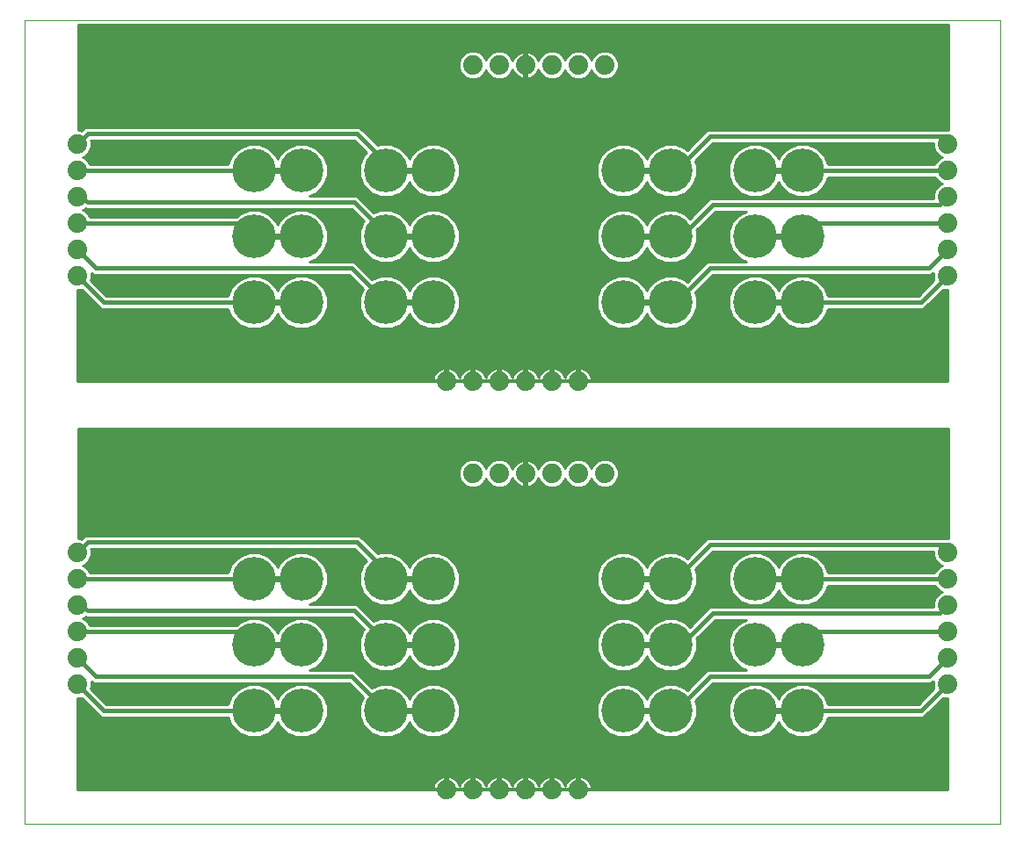
<source format=gbl>
G75*
G70*
%OFA0B0*%
%FSLAX24Y24*%
%IPPOS*%
%LPD*%
%AMOC8*
5,1,8,0,0,1.08239X$1,22.5*
%
%ADD10C,0.0000*%
%ADD11C,0.0740*%
%ADD12C,0.0100*%
%ADD13C,0.1660*%
%ADD14C,0.0240*%
%ADD15C,0.0160*%
D10*
X000140Y000100D02*
X037140Y000100D01*
X037140Y030600D01*
X000140Y030600D01*
X000140Y000100D01*
D11*
X002140Y005400D03*
X002140Y006400D03*
X002140Y007400D03*
X002140Y008400D03*
X002140Y009400D03*
X002140Y010400D03*
X002140Y020900D03*
X002140Y021900D03*
X002140Y022900D03*
X002140Y023900D03*
X002140Y024900D03*
X002140Y025900D03*
X016140Y016900D03*
X017140Y016900D03*
X018140Y016900D03*
X019140Y016900D03*
X020140Y016900D03*
X021140Y016900D03*
X021140Y013400D03*
X020140Y013400D03*
X019140Y013400D03*
X018140Y013400D03*
X017140Y013400D03*
X022140Y013400D03*
X035140Y010400D03*
X035140Y009400D03*
X035140Y008400D03*
X035140Y007400D03*
X035140Y006400D03*
X035140Y005400D03*
X021140Y001400D03*
X020140Y001400D03*
X019140Y001400D03*
X018140Y001400D03*
X017140Y001400D03*
X016140Y001400D03*
X035140Y020900D03*
X035140Y021900D03*
X035140Y022900D03*
X035140Y023900D03*
X035140Y024900D03*
X035140Y025900D03*
X022140Y028900D03*
X021140Y028900D03*
X020140Y028900D03*
X019140Y028900D03*
X018140Y028900D03*
X017140Y028900D03*
D12*
X016653Y028665D02*
X002183Y028665D01*
X002183Y028567D02*
X016710Y028567D01*
X016682Y028594D02*
X016834Y028442D01*
X017033Y028360D01*
X017247Y028360D01*
X017446Y028442D01*
X017598Y028594D01*
X017640Y028696D01*
X017682Y028594D01*
X017834Y028442D01*
X018033Y028360D01*
X018247Y028360D01*
X018446Y028442D01*
X018598Y028594D01*
X018651Y028722D01*
X018658Y028700D01*
X018695Y028627D01*
X018743Y028561D01*
X018801Y028503D01*
X018867Y028455D01*
X018940Y028418D01*
X019018Y028393D01*
X019090Y028381D01*
X019090Y028850D01*
X019190Y028850D01*
X019190Y028381D01*
X019262Y028393D01*
X019340Y028418D01*
X019413Y028455D01*
X019479Y028503D01*
X019537Y028561D01*
X019585Y028627D01*
X019622Y028700D01*
X019629Y028722D01*
X019682Y028594D01*
X019834Y028442D01*
X020033Y028360D01*
X020247Y028360D01*
X020446Y028442D01*
X020598Y028594D01*
X020640Y028696D01*
X020682Y028594D01*
X020834Y028442D01*
X021033Y028360D01*
X021247Y028360D01*
X021446Y028442D01*
X021598Y028594D01*
X021640Y028696D01*
X021682Y028594D01*
X021834Y028442D01*
X022033Y028360D01*
X022247Y028360D01*
X022446Y028442D01*
X022598Y028594D01*
X022680Y028793D01*
X022680Y029007D01*
X022598Y029206D01*
X022446Y029358D01*
X022247Y029440D01*
X022033Y029440D01*
X021834Y029358D01*
X021682Y029206D01*
X021640Y029104D01*
X021598Y029206D01*
X021446Y029358D01*
X021247Y029440D01*
X021033Y029440D01*
X020834Y029358D01*
X020682Y029206D01*
X020640Y029104D01*
X020598Y029206D01*
X020446Y029358D01*
X020247Y029440D01*
X020033Y029440D01*
X019834Y029358D01*
X019682Y029206D01*
X019629Y029078D01*
X019622Y029100D01*
X019585Y029173D01*
X019537Y029239D01*
X019479Y029297D01*
X019413Y029345D01*
X019340Y029382D01*
X019262Y029407D01*
X019190Y029419D01*
X019190Y028950D01*
X019090Y028950D01*
X019090Y029419D01*
X019018Y029407D01*
X018940Y029382D01*
X018867Y029345D01*
X018801Y029297D01*
X018743Y029239D01*
X018695Y029173D01*
X018658Y029100D01*
X018651Y029078D01*
X018598Y029206D01*
X018446Y029358D01*
X018247Y029440D01*
X018033Y029440D01*
X017834Y029358D01*
X017682Y029206D01*
X017640Y029104D01*
X017598Y029206D01*
X017446Y029358D01*
X017247Y029440D01*
X017033Y029440D01*
X016834Y029358D01*
X016682Y029206D01*
X016600Y029007D01*
X016600Y028793D01*
X016682Y028594D01*
X016808Y028468D02*
X002182Y028468D01*
X002182Y028370D02*
X017009Y028370D01*
X017271Y028370D02*
X018009Y028370D01*
X017808Y028468D02*
X017472Y028468D01*
X017570Y028567D02*
X017710Y028567D01*
X017653Y028665D02*
X017627Y028665D01*
X017618Y029158D02*
X017662Y029158D01*
X017732Y029256D02*
X017548Y029256D01*
X017449Y029355D02*
X017831Y029355D01*
X018449Y029355D02*
X018887Y029355D01*
X018761Y029256D02*
X018548Y029256D01*
X018618Y029158D02*
X018688Y029158D01*
X019090Y029158D02*
X019190Y029158D01*
X019190Y029256D02*
X019090Y029256D01*
X019090Y029355D02*
X019190Y029355D01*
X019393Y029355D02*
X019831Y029355D01*
X019732Y029256D02*
X019519Y029256D01*
X019592Y029158D02*
X019662Y029158D01*
X019190Y029059D02*
X019090Y029059D01*
X019090Y028961D02*
X019190Y028961D01*
X019190Y028764D02*
X019090Y028764D01*
X019090Y028665D02*
X019190Y028665D01*
X019190Y028567D02*
X019090Y028567D01*
X019090Y028468D02*
X019190Y028468D01*
X019430Y028468D02*
X019808Y028468D01*
X019710Y028567D02*
X019541Y028567D01*
X019604Y028665D02*
X019653Y028665D01*
X020009Y028370D02*
X018271Y028370D01*
X018472Y028468D02*
X018850Y028468D01*
X018739Y028567D02*
X018570Y028567D01*
X018627Y028665D02*
X018676Y028665D01*
X020271Y028370D02*
X021009Y028370D01*
X020808Y028468D02*
X020472Y028468D01*
X020570Y028567D02*
X020710Y028567D01*
X020653Y028665D02*
X020627Y028665D01*
X020618Y029158D02*
X020662Y029158D01*
X020732Y029256D02*
X020548Y029256D01*
X020449Y029355D02*
X020831Y029355D01*
X021449Y029355D02*
X021831Y029355D01*
X021732Y029256D02*
X021548Y029256D01*
X021618Y029158D02*
X021662Y029158D01*
X021653Y028665D02*
X021627Y028665D01*
X021570Y028567D02*
X021710Y028567D01*
X021808Y028468D02*
X021472Y028468D01*
X021271Y028370D02*
X022009Y028370D01*
X022271Y028370D02*
X035182Y028370D01*
X035182Y028468D02*
X022472Y028468D01*
X022570Y028567D02*
X035183Y028567D01*
X035183Y028665D02*
X022627Y028665D01*
X022668Y028764D02*
X035183Y028764D01*
X035184Y028862D02*
X022680Y028862D01*
X022680Y028961D02*
X035184Y028961D01*
X035184Y029059D02*
X022659Y029059D01*
X022618Y029158D02*
X035185Y029158D01*
X035185Y029256D02*
X022548Y029256D01*
X022449Y029355D02*
X035185Y029355D01*
X035186Y029453D02*
X002186Y029453D01*
X002185Y029355D02*
X016831Y029355D01*
X016732Y029256D02*
X002185Y029256D01*
X002185Y029158D02*
X016662Y029158D01*
X016621Y029059D02*
X002184Y029059D01*
X002184Y028961D02*
X016600Y028961D01*
X016600Y028862D02*
X002184Y028862D01*
X002183Y028764D02*
X016612Y028764D01*
X015839Y025900D02*
X015441Y025900D01*
X015074Y025748D01*
X014792Y025466D01*
X014740Y025340D01*
X014688Y025466D01*
X014406Y025748D01*
X014039Y025900D01*
X013641Y025900D01*
X013537Y025857D01*
X012882Y026512D01*
X012790Y026550D01*
X002490Y026550D01*
X002398Y026512D01*
X002328Y026442D01*
X002303Y026417D01*
X002247Y026440D01*
X002175Y026440D01*
X002189Y030430D01*
X035189Y030430D01*
X035175Y026440D01*
X035033Y026440D01*
X035023Y026436D01*
X034990Y026450D01*
X026090Y026450D01*
X025998Y026412D01*
X025928Y026342D01*
X025270Y025684D01*
X025206Y025748D01*
X024839Y025900D01*
X024441Y025900D01*
X024074Y025748D01*
X023792Y025466D01*
X023740Y025340D01*
X023688Y025466D01*
X023406Y025748D01*
X023039Y025900D01*
X022641Y025900D01*
X022274Y025748D01*
X021992Y025466D01*
X021840Y025099D01*
X021840Y024701D01*
X021992Y024334D01*
X022274Y024052D01*
X022641Y023900D01*
X023039Y023900D01*
X023406Y024052D01*
X023688Y024334D01*
X023740Y024460D01*
X023792Y024334D01*
X024074Y024052D01*
X024441Y023900D01*
X024839Y023900D01*
X025206Y024052D01*
X025488Y024334D01*
X025640Y024701D01*
X025640Y025099D01*
X025567Y025274D01*
X026244Y025950D01*
X034600Y025950D01*
X034600Y025793D01*
X034682Y025594D01*
X034834Y025442D01*
X034936Y025400D01*
X034834Y025358D01*
X034682Y025206D01*
X034659Y025150D01*
X030619Y025150D01*
X030488Y025466D01*
X030206Y025748D01*
X029839Y025900D01*
X029441Y025900D01*
X029074Y025748D01*
X028792Y025466D01*
X028740Y025340D01*
X028688Y025466D01*
X028406Y025748D01*
X028039Y025900D01*
X027641Y025900D01*
X027274Y025748D01*
X026992Y025466D01*
X026840Y025099D01*
X026840Y024701D01*
X026992Y024334D01*
X027274Y024052D01*
X027641Y023900D01*
X028039Y023900D01*
X028406Y024052D01*
X028688Y024334D01*
X028740Y024460D01*
X028792Y024334D01*
X029074Y024052D01*
X029441Y023900D01*
X029839Y023900D01*
X030206Y024052D01*
X030488Y024334D01*
X030619Y024650D01*
X034659Y024650D01*
X034682Y024594D01*
X034834Y024442D01*
X034936Y024400D01*
X034834Y024358D01*
X034682Y024206D01*
X034600Y024007D01*
X034600Y023850D01*
X026190Y023850D01*
X026098Y023812D01*
X025370Y023084D01*
X025206Y023248D01*
X024839Y023400D01*
X024441Y023400D01*
X024074Y023248D01*
X023792Y022966D01*
X023740Y022840D01*
X023688Y022966D01*
X023406Y023248D01*
X023039Y023400D01*
X022641Y023400D01*
X022274Y023248D01*
X021992Y022966D01*
X021840Y022599D01*
X021840Y022201D01*
X021992Y021834D01*
X022274Y021552D01*
X022641Y021400D01*
X023039Y021400D01*
X023406Y021552D01*
X023688Y021834D01*
X023740Y021960D01*
X023792Y021834D01*
X024074Y021552D01*
X024441Y021400D01*
X024839Y021400D01*
X025206Y021552D01*
X025488Y021834D01*
X025640Y022201D01*
X025640Y022599D01*
X025626Y022632D01*
X026344Y023350D01*
X027521Y023350D01*
X027274Y023248D01*
X026992Y022966D01*
X026840Y022599D01*
X026840Y022201D01*
X026992Y021834D01*
X027274Y021552D01*
X027521Y021450D01*
X026090Y021450D01*
X025998Y021412D01*
X025270Y020684D01*
X025206Y020748D01*
X024839Y020900D01*
X024441Y020900D01*
X024074Y020748D01*
X023792Y020466D01*
X023740Y020340D01*
X023688Y020466D01*
X023406Y020748D01*
X023039Y020900D01*
X022641Y020900D01*
X022274Y020748D01*
X021992Y020466D01*
X021840Y020099D01*
X021840Y019701D01*
X021992Y019334D01*
X022274Y019052D01*
X022641Y018900D01*
X023039Y018900D01*
X023406Y019052D01*
X023688Y019334D01*
X023740Y019460D01*
X023792Y019334D01*
X024074Y019052D01*
X024441Y018900D01*
X024839Y018900D01*
X025206Y019052D01*
X025488Y019334D01*
X025640Y019701D01*
X025640Y020099D01*
X025567Y020274D01*
X026244Y020950D01*
X034490Y020950D01*
X034582Y020988D01*
X034600Y021006D01*
X034600Y020793D01*
X034623Y020737D01*
X034036Y020150D01*
X030619Y020150D01*
X030488Y020466D01*
X030206Y020748D01*
X029839Y020900D01*
X029441Y020900D01*
X029074Y020748D01*
X028792Y020466D01*
X028740Y020340D01*
X028688Y020466D01*
X028406Y020748D01*
X028039Y020900D01*
X027641Y020900D01*
X027274Y020748D01*
X026992Y020466D01*
X026840Y020099D01*
X026840Y019701D01*
X026992Y019334D01*
X027274Y019052D01*
X027641Y018900D01*
X028039Y018900D01*
X028406Y019052D01*
X028688Y019334D01*
X028740Y019460D01*
X028792Y019334D01*
X029074Y019052D01*
X029441Y018900D01*
X029839Y018900D01*
X030206Y019052D01*
X030488Y019334D01*
X030619Y019650D01*
X034190Y019650D01*
X034282Y019688D01*
X034352Y019758D01*
X034977Y020383D01*
X035033Y020360D01*
X035153Y020360D01*
X035140Y016900D01*
X021190Y016900D01*
X021190Y016950D01*
X021090Y016950D01*
X021090Y017419D01*
X021018Y017407D01*
X020940Y017382D01*
X020867Y017345D01*
X020801Y017297D01*
X020743Y017239D01*
X020695Y017173D01*
X020658Y017100D01*
X020640Y017044D01*
X020622Y017100D01*
X020585Y017173D01*
X020537Y017239D01*
X020479Y017297D01*
X020413Y017345D01*
X020340Y017382D01*
X020262Y017407D01*
X020190Y017419D01*
X020190Y016950D01*
X020659Y016950D01*
X021090Y016950D01*
X021090Y016900D01*
X020190Y016900D01*
X020190Y016950D01*
X020090Y016950D01*
X020090Y017419D01*
X020018Y017407D01*
X019940Y017382D01*
X019867Y017345D01*
X019801Y017297D01*
X019743Y017239D01*
X019695Y017173D01*
X019658Y017100D01*
X019640Y017044D01*
X019622Y017100D01*
X019585Y017173D01*
X019537Y017239D01*
X019479Y017297D01*
X019413Y017345D01*
X019340Y017382D01*
X019262Y017407D01*
X019190Y017419D01*
X019190Y016950D01*
X019621Y016950D01*
X020090Y016950D01*
X020090Y016900D01*
X019190Y016900D01*
X019190Y016950D01*
X019090Y016950D01*
X019090Y017419D01*
X019018Y017407D01*
X018940Y017382D01*
X018867Y017345D01*
X018801Y017297D01*
X018743Y017239D01*
X018695Y017173D01*
X018658Y017100D01*
X018640Y017044D01*
X018622Y017100D01*
X018585Y017173D01*
X018537Y017239D01*
X018479Y017297D01*
X018413Y017345D01*
X018340Y017382D01*
X018262Y017407D01*
X018190Y017419D01*
X018190Y016950D01*
X018659Y016950D01*
X019090Y016950D01*
X019090Y016900D01*
X018190Y016900D01*
X018190Y016950D01*
X018090Y016950D01*
X018090Y017419D01*
X018018Y017407D01*
X017940Y017382D01*
X017867Y017345D01*
X017801Y017297D01*
X017743Y017239D01*
X017695Y017173D01*
X017658Y017100D01*
X017640Y017044D01*
X017622Y017100D01*
X017585Y017173D01*
X017537Y017239D01*
X017479Y017297D01*
X017413Y017345D01*
X017340Y017382D01*
X017262Y017407D01*
X017190Y017419D01*
X017190Y016950D01*
X017659Y016950D01*
X018090Y016950D01*
X018090Y016900D01*
X017190Y016900D01*
X017190Y016950D01*
X017090Y016950D01*
X017090Y017419D01*
X017018Y017407D01*
X016940Y017382D01*
X016867Y017345D01*
X016801Y017297D01*
X016743Y017239D01*
X016695Y017173D01*
X016658Y017100D01*
X016640Y017044D01*
X016622Y017100D01*
X016585Y017173D01*
X016537Y017239D01*
X016479Y017297D01*
X016413Y017345D01*
X016340Y017382D01*
X016262Y017407D01*
X016190Y017419D01*
X016190Y016950D01*
X016659Y016950D01*
X017090Y016950D01*
X017090Y016900D01*
X016190Y016900D01*
X016190Y016950D01*
X016090Y016950D01*
X016090Y017419D01*
X016018Y017407D01*
X015940Y017382D01*
X015867Y017345D01*
X015801Y017297D01*
X015743Y017239D01*
X015695Y017173D01*
X015658Y017100D01*
X015633Y017022D01*
X015621Y016950D01*
X016090Y016950D01*
X016090Y016900D01*
X002140Y016900D01*
X002153Y020360D01*
X002247Y020360D01*
X002303Y020383D01*
X002928Y019758D01*
X002998Y019688D01*
X003090Y019650D01*
X007861Y019650D01*
X007992Y019334D01*
X008274Y019052D01*
X008641Y018900D01*
X009039Y018900D01*
X009406Y019052D01*
X009688Y019334D01*
X009740Y019460D01*
X009792Y019334D01*
X010074Y019052D01*
X010441Y018900D01*
X010839Y018900D01*
X011206Y019052D01*
X011488Y019334D01*
X011640Y019701D01*
X011640Y020099D01*
X011488Y020466D01*
X011206Y020748D01*
X010839Y020900D01*
X010441Y020900D01*
X010074Y020748D01*
X009792Y020466D01*
X009740Y020340D01*
X009688Y020466D01*
X009406Y020748D01*
X009039Y020900D01*
X008641Y020900D01*
X008274Y020748D01*
X007992Y020466D01*
X007861Y020150D01*
X003244Y020150D01*
X002657Y020737D01*
X002680Y020793D01*
X002680Y021006D01*
X002698Y020988D01*
X002790Y020950D01*
X012436Y020950D01*
X012971Y020415D01*
X012840Y020099D01*
X012840Y019701D01*
X012992Y019334D01*
X013274Y019052D01*
X013641Y018900D01*
X014039Y018900D01*
X014406Y019052D01*
X014688Y019334D01*
X014740Y019460D01*
X014792Y019334D01*
X015074Y019052D01*
X015441Y018900D01*
X015839Y018900D01*
X016206Y019052D01*
X016488Y019334D01*
X016640Y019701D01*
X016640Y020099D01*
X016488Y020466D01*
X016206Y020748D01*
X015839Y020900D01*
X015441Y020900D01*
X015074Y020748D01*
X014792Y020466D01*
X014740Y020340D01*
X014688Y020466D01*
X014406Y020748D01*
X014039Y020900D01*
X013641Y020900D01*
X013325Y020769D01*
X012682Y021412D01*
X012590Y021450D01*
X010959Y021450D01*
X011206Y021552D01*
X011488Y021834D01*
X011640Y022201D01*
X011640Y022599D01*
X011488Y022966D01*
X011206Y023248D01*
X010839Y023400D01*
X010441Y023400D01*
X010074Y023248D01*
X009792Y022966D01*
X009740Y022840D01*
X009688Y022966D01*
X009406Y023248D01*
X009039Y023400D01*
X008641Y023400D01*
X008274Y023248D01*
X008176Y023150D01*
X002621Y023150D01*
X002598Y023206D01*
X002446Y023358D01*
X002344Y023400D01*
X002446Y023442D01*
X002463Y023459D01*
X002473Y023454D01*
X002482Y023454D01*
X002490Y023450D01*
X002531Y023450D01*
X002572Y023447D01*
X002581Y023450D01*
X012536Y023450D01*
X013006Y022980D01*
X012992Y022966D01*
X012840Y022599D01*
X012840Y022201D01*
X012992Y021834D01*
X013274Y021552D01*
X013641Y021400D01*
X014039Y021400D01*
X014406Y021552D01*
X014688Y021834D01*
X014740Y021960D01*
X014792Y021834D01*
X015074Y021552D01*
X015441Y021400D01*
X015839Y021400D01*
X016206Y021552D01*
X016488Y021834D01*
X016640Y022201D01*
X016640Y022599D01*
X016488Y022966D01*
X016206Y023248D01*
X015839Y023400D01*
X015441Y023400D01*
X015074Y023248D01*
X014792Y022966D01*
X014740Y022840D01*
X014688Y022966D01*
X014406Y023248D01*
X014039Y023400D01*
X013641Y023400D01*
X013395Y023298D01*
X012782Y023912D01*
X012690Y023950D01*
X010959Y023950D01*
X011206Y024052D01*
X011488Y024334D01*
X011640Y024701D01*
X011640Y025099D01*
X011488Y025466D01*
X011206Y025748D01*
X010839Y025900D01*
X010441Y025900D01*
X010074Y025748D01*
X009792Y025466D01*
X009740Y025340D01*
X009688Y025466D01*
X009406Y025748D01*
X009039Y025900D01*
X008641Y025900D01*
X008274Y025748D01*
X007992Y025466D01*
X007861Y025150D01*
X002621Y025150D01*
X002598Y025206D01*
X002446Y025358D01*
X002344Y025400D01*
X002446Y025442D01*
X002598Y025594D01*
X002680Y025793D01*
X002680Y026007D01*
X002662Y026050D01*
X012636Y026050D01*
X013106Y025580D01*
X012992Y025466D01*
X012840Y025099D01*
X012840Y024701D01*
X012992Y024334D01*
X013274Y024052D01*
X013641Y023900D01*
X014039Y023900D01*
X014406Y024052D01*
X014688Y024334D01*
X014740Y024460D01*
X014792Y024334D01*
X015074Y024052D01*
X015441Y023900D01*
X015839Y023900D01*
X016206Y024052D01*
X016488Y024334D01*
X016640Y024701D01*
X016640Y025099D01*
X016488Y025466D01*
X016206Y025748D01*
X015839Y025900D01*
X016059Y025809D02*
X022421Y025809D01*
X022236Y025710D02*
X016244Y025710D01*
X016343Y025612D02*
X022137Y025612D01*
X022039Y025513D02*
X016441Y025513D01*
X016509Y025415D02*
X021971Y025415D01*
X021930Y025316D02*
X016550Y025316D01*
X016591Y025218D02*
X021889Y025218D01*
X021848Y025119D02*
X016632Y025119D01*
X016640Y025021D02*
X021840Y025021D01*
X021840Y024922D02*
X016640Y024922D01*
X016640Y024824D02*
X021840Y024824D01*
X021840Y024725D02*
X016640Y024725D01*
X016609Y024627D02*
X021871Y024627D01*
X021912Y024528D02*
X016568Y024528D01*
X016527Y024430D02*
X021953Y024430D01*
X021995Y024331D02*
X016485Y024331D01*
X016387Y024233D02*
X022093Y024233D01*
X022192Y024134D02*
X016288Y024134D01*
X016166Y024036D02*
X022314Y024036D01*
X022552Y023937D02*
X015928Y023937D01*
X015352Y023937D02*
X014128Y023937D01*
X014366Y024036D02*
X015114Y024036D01*
X014992Y024134D02*
X014488Y024134D01*
X014587Y024233D02*
X014893Y024233D01*
X014795Y024331D02*
X014685Y024331D01*
X014727Y024430D02*
X014753Y024430D01*
X014709Y025415D02*
X014771Y025415D01*
X014839Y025513D02*
X014641Y025513D01*
X014543Y025612D02*
X014937Y025612D01*
X015036Y025710D02*
X014444Y025710D01*
X014259Y025809D02*
X015221Y025809D01*
X013486Y025907D02*
X025494Y025907D01*
X025592Y026006D02*
X013388Y026006D01*
X013289Y026104D02*
X025691Y026104D01*
X025789Y026203D02*
X013191Y026203D01*
X013092Y026301D02*
X025888Y026301D01*
X025986Y026400D02*
X012994Y026400D01*
X012895Y026498D02*
X035175Y026498D01*
X035175Y026597D02*
X002175Y026597D01*
X002176Y026695D02*
X035176Y026695D01*
X035176Y026794D02*
X002176Y026794D01*
X002176Y026892D02*
X035176Y026892D01*
X035177Y026991D02*
X002177Y026991D01*
X002177Y027089D02*
X035177Y027089D01*
X035178Y027188D02*
X002178Y027188D01*
X002178Y027286D02*
X035178Y027286D01*
X035178Y027385D02*
X002178Y027385D01*
X002179Y027483D02*
X035179Y027483D01*
X035179Y027582D02*
X002179Y027582D01*
X002179Y027680D02*
X035179Y027680D01*
X035180Y027779D02*
X002180Y027779D01*
X002180Y027877D02*
X035180Y027877D01*
X035180Y027976D02*
X002180Y027976D01*
X002181Y028074D02*
X035181Y028074D01*
X035181Y028173D02*
X002181Y028173D01*
X002181Y028271D02*
X035181Y028271D01*
X035186Y029552D02*
X002186Y029552D01*
X002187Y029650D02*
X035187Y029650D01*
X035187Y029749D02*
X002187Y029749D01*
X002187Y029847D02*
X035187Y029847D01*
X035188Y029946D02*
X002188Y029946D01*
X002188Y030044D02*
X035188Y030044D01*
X035188Y030143D02*
X002188Y030143D01*
X002189Y030241D02*
X035189Y030241D01*
X035189Y030340D02*
X002189Y030340D01*
X002175Y026498D02*
X002385Y026498D01*
X002680Y026006D02*
X012681Y026006D01*
X012779Y025907D02*
X002680Y025907D01*
X002680Y025809D02*
X008421Y025809D01*
X008236Y025710D02*
X002646Y025710D01*
X002605Y025612D02*
X008137Y025612D01*
X008039Y025513D02*
X002517Y025513D01*
X002379Y025415D02*
X007971Y025415D01*
X007930Y025316D02*
X002488Y025316D01*
X002586Y025218D02*
X007889Y025218D01*
X009259Y025809D02*
X010221Y025809D01*
X010036Y025710D02*
X009444Y025710D01*
X009543Y025612D02*
X009937Y025612D01*
X009839Y025513D02*
X009641Y025513D01*
X009709Y025415D02*
X009771Y025415D01*
X011059Y025809D02*
X012878Y025809D01*
X012976Y025710D02*
X011244Y025710D01*
X011343Y025612D02*
X013075Y025612D01*
X013039Y025513D02*
X011441Y025513D01*
X011509Y025415D02*
X012971Y025415D01*
X012930Y025316D02*
X011550Y025316D01*
X011591Y025218D02*
X012889Y025218D01*
X012848Y025119D02*
X011632Y025119D01*
X011640Y025021D02*
X012840Y025021D01*
X012840Y024922D02*
X011640Y024922D01*
X011640Y024824D02*
X012840Y024824D01*
X012840Y024725D02*
X011640Y024725D01*
X011609Y024627D02*
X012871Y024627D01*
X012912Y024528D02*
X011568Y024528D01*
X011527Y024430D02*
X012953Y024430D01*
X012995Y024331D02*
X011485Y024331D01*
X011387Y024233D02*
X013093Y024233D01*
X013192Y024134D02*
X011288Y024134D01*
X011166Y024036D02*
X013314Y024036D01*
X013552Y023937D02*
X012721Y023937D01*
X012855Y023839D02*
X026163Y023839D01*
X026027Y023740D02*
X012953Y023740D01*
X013052Y023642D02*
X025928Y023642D01*
X025830Y023543D02*
X013150Y023543D01*
X013249Y023445D02*
X025731Y023445D01*
X025633Y023346D02*
X024969Y023346D01*
X025207Y023248D02*
X025534Y023248D01*
X025436Y023149D02*
X025305Y023149D01*
X025749Y022755D02*
X026905Y022755D01*
X026946Y022854D02*
X025847Y022854D01*
X025946Y022952D02*
X026986Y022952D01*
X027076Y023051D02*
X026044Y023051D01*
X026143Y023149D02*
X027175Y023149D01*
X027273Y023248D02*
X026241Y023248D01*
X026340Y023346D02*
X027511Y023346D01*
X027552Y023937D02*
X024928Y023937D01*
X025166Y024036D02*
X027314Y024036D01*
X027192Y024134D02*
X025288Y024134D01*
X025387Y024233D02*
X027093Y024233D01*
X026995Y024331D02*
X025485Y024331D01*
X025527Y024430D02*
X026953Y024430D01*
X026912Y024528D02*
X025568Y024528D01*
X025609Y024627D02*
X026871Y024627D01*
X026840Y024725D02*
X025640Y024725D01*
X025640Y024824D02*
X026840Y024824D01*
X026840Y024922D02*
X025640Y024922D01*
X025640Y025021D02*
X026840Y025021D01*
X026848Y025119D02*
X025632Y025119D01*
X025591Y025218D02*
X026889Y025218D01*
X026930Y025316D02*
X025610Y025316D01*
X025708Y025415D02*
X026971Y025415D01*
X027039Y025513D02*
X025807Y025513D01*
X025905Y025612D02*
X027137Y025612D01*
X027236Y025710D02*
X026004Y025710D01*
X026102Y025809D02*
X027421Y025809D01*
X028259Y025809D02*
X029221Y025809D01*
X029036Y025710D02*
X028444Y025710D01*
X028543Y025612D02*
X028937Y025612D01*
X028839Y025513D02*
X028641Y025513D01*
X028709Y025415D02*
X028771Y025415D01*
X028727Y024430D02*
X028753Y024430D01*
X028795Y024331D02*
X028685Y024331D01*
X028587Y024233D02*
X028893Y024233D01*
X028992Y024134D02*
X028488Y024134D01*
X028366Y024036D02*
X029114Y024036D01*
X029352Y023937D02*
X028128Y023937D01*
X026864Y022657D02*
X025650Y022657D01*
X025640Y022558D02*
X026840Y022558D01*
X026840Y022460D02*
X025640Y022460D01*
X025640Y022361D02*
X026840Y022361D01*
X026840Y022263D02*
X025640Y022263D01*
X025625Y022164D02*
X026855Y022164D01*
X026896Y022066D02*
X025584Y022066D01*
X025543Y021967D02*
X026937Y021967D01*
X026978Y021869D02*
X025502Y021869D01*
X025424Y021770D02*
X027056Y021770D01*
X027154Y021672D02*
X025326Y021672D01*
X025227Y021573D02*
X027253Y021573D01*
X027461Y021475D02*
X025019Y021475D01*
X025569Y020982D02*
X013111Y020982D01*
X013013Y021081D02*
X025667Y021081D01*
X025766Y021179D02*
X012914Y021179D01*
X012816Y021278D02*
X025864Y021278D01*
X025963Y021376D02*
X012717Y021376D01*
X013056Y021770D02*
X011424Y021770D01*
X011502Y021869D02*
X012978Y021869D01*
X012937Y021967D02*
X011543Y021967D01*
X011584Y022066D02*
X012896Y022066D01*
X012855Y022164D02*
X011625Y022164D01*
X011640Y022263D02*
X012840Y022263D01*
X012840Y022361D02*
X011640Y022361D01*
X011640Y022460D02*
X012840Y022460D01*
X012840Y022558D02*
X011640Y022558D01*
X011616Y022657D02*
X012864Y022657D01*
X012905Y022755D02*
X011575Y022755D01*
X011534Y022854D02*
X012946Y022854D01*
X012986Y022952D02*
X011494Y022952D01*
X011404Y023051D02*
X012936Y023051D01*
X012837Y023149D02*
X011305Y023149D01*
X011207Y023248D02*
X012739Y023248D01*
X012640Y023346D02*
X010969Y023346D01*
X010311Y023346D02*
X009169Y023346D01*
X009407Y023248D02*
X010073Y023248D01*
X009975Y023149D02*
X009505Y023149D01*
X009604Y023051D02*
X009876Y023051D01*
X009786Y022952D02*
X009694Y022952D01*
X009734Y022854D02*
X009746Y022854D01*
X008511Y023346D02*
X002458Y023346D01*
X002448Y023445D02*
X012542Y023445D01*
X013347Y023346D02*
X013511Y023346D01*
X014169Y023346D02*
X015311Y023346D01*
X015073Y023248D02*
X014407Y023248D01*
X014505Y023149D02*
X014975Y023149D01*
X014876Y023051D02*
X014604Y023051D01*
X014694Y022952D02*
X014786Y022952D01*
X014746Y022854D02*
X014734Y022854D01*
X014702Y021869D02*
X014778Y021869D01*
X014856Y021770D02*
X014624Y021770D01*
X014526Y021672D02*
X014954Y021672D01*
X015053Y021573D02*
X014427Y021573D01*
X014219Y021475D02*
X015261Y021475D01*
X015402Y020884D02*
X014078Y020884D01*
X014316Y020785D02*
X015164Y020785D01*
X015012Y020687D02*
X014468Y020687D01*
X014566Y020588D02*
X014914Y020588D01*
X014815Y020490D02*
X014665Y020490D01*
X014719Y020391D02*
X014761Y020391D01*
X014718Y019406D02*
X014762Y019406D01*
X014818Y019308D02*
X014662Y019308D01*
X014563Y019209D02*
X014917Y019209D01*
X015015Y019111D02*
X014465Y019111D01*
X014309Y019012D02*
X015171Y019012D01*
X015409Y018914D02*
X014071Y018914D01*
X013609Y018914D02*
X010871Y018914D01*
X011109Y019012D02*
X013371Y019012D01*
X013215Y019111D02*
X011265Y019111D01*
X011363Y019209D02*
X013117Y019209D01*
X013018Y019308D02*
X011462Y019308D01*
X011518Y019406D02*
X012962Y019406D01*
X012921Y019505D02*
X011559Y019505D01*
X011599Y019603D02*
X012881Y019603D01*
X012840Y019702D02*
X011640Y019702D01*
X011640Y019800D02*
X012840Y019800D01*
X012840Y019899D02*
X011640Y019899D01*
X011640Y019997D02*
X012840Y019997D01*
X012840Y020096D02*
X011640Y020096D01*
X011601Y020194D02*
X012879Y020194D01*
X012920Y020293D02*
X011560Y020293D01*
X011519Y020391D02*
X012961Y020391D01*
X012897Y020490D02*
X011465Y020490D01*
X011366Y020588D02*
X012798Y020588D01*
X012700Y020687D02*
X011268Y020687D01*
X011116Y020785D02*
X012601Y020785D01*
X012503Y020884D02*
X010878Y020884D01*
X010402Y020884D02*
X009078Y020884D01*
X009316Y020785D02*
X010164Y020785D01*
X010012Y020687D02*
X009468Y020687D01*
X009566Y020588D02*
X009914Y020588D01*
X009815Y020490D02*
X009665Y020490D01*
X009719Y020391D02*
X009761Y020391D01*
X009718Y019406D02*
X009762Y019406D01*
X009818Y019308D02*
X009662Y019308D01*
X009563Y019209D02*
X009917Y019209D01*
X010015Y019111D02*
X009465Y019111D01*
X009309Y019012D02*
X010171Y019012D01*
X010409Y018914D02*
X009071Y018914D01*
X008609Y018914D02*
X002147Y018914D01*
X002148Y019012D02*
X008371Y019012D01*
X008215Y019111D02*
X002148Y019111D01*
X002148Y019209D02*
X008117Y019209D01*
X008018Y019308D02*
X002149Y019308D01*
X002149Y019406D02*
X007962Y019406D01*
X007921Y019505D02*
X002150Y019505D01*
X002150Y019603D02*
X007881Y019603D01*
X007879Y020194D02*
X003200Y020194D01*
X003101Y020293D02*
X007920Y020293D01*
X007961Y020391D02*
X003003Y020391D01*
X002904Y020490D02*
X008015Y020490D01*
X008114Y020588D02*
X002806Y020588D01*
X002707Y020687D02*
X008212Y020687D01*
X008364Y020785D02*
X002677Y020785D01*
X002680Y020884D02*
X008602Y020884D01*
X011019Y021475D02*
X013461Y021475D01*
X013253Y021573D02*
X011227Y021573D01*
X011326Y021672D02*
X013154Y021672D01*
X013210Y020884D02*
X013602Y020884D01*
X013364Y020785D02*
X013309Y020785D01*
X015878Y020884D02*
X022602Y020884D01*
X022364Y020785D02*
X016116Y020785D01*
X016268Y020687D02*
X022212Y020687D01*
X022114Y020588D02*
X016366Y020588D01*
X016465Y020490D02*
X022015Y020490D01*
X021961Y020391D02*
X016519Y020391D01*
X016560Y020293D02*
X021920Y020293D01*
X021879Y020194D02*
X016601Y020194D01*
X016640Y020096D02*
X021840Y020096D01*
X021840Y019997D02*
X016640Y019997D01*
X016640Y019899D02*
X021840Y019899D01*
X021840Y019800D02*
X016640Y019800D01*
X016640Y019702D02*
X021840Y019702D01*
X021881Y019603D02*
X016599Y019603D01*
X016559Y019505D02*
X021921Y019505D01*
X021962Y019406D02*
X016518Y019406D01*
X016462Y019308D02*
X022018Y019308D01*
X022117Y019209D02*
X016363Y019209D01*
X016265Y019111D02*
X022215Y019111D01*
X022371Y019012D02*
X016109Y019012D01*
X015871Y018914D02*
X022609Y018914D01*
X023071Y018914D02*
X024409Y018914D01*
X024171Y019012D02*
X023309Y019012D01*
X023465Y019111D02*
X024015Y019111D01*
X023917Y019209D02*
X023563Y019209D01*
X023662Y019308D02*
X023818Y019308D01*
X023762Y019406D02*
X023718Y019406D01*
X023719Y020391D02*
X023761Y020391D01*
X023815Y020490D02*
X023665Y020490D01*
X023566Y020588D02*
X023914Y020588D01*
X024012Y020687D02*
X023468Y020687D01*
X023316Y020785D02*
X024164Y020785D01*
X024402Y020884D02*
X023078Y020884D01*
X023219Y021475D02*
X024261Y021475D01*
X024053Y021573D02*
X023427Y021573D01*
X023526Y021672D02*
X023954Y021672D01*
X023856Y021770D02*
X023624Y021770D01*
X023702Y021869D02*
X023778Y021869D01*
X023734Y022854D02*
X023746Y022854D01*
X023786Y022952D02*
X023694Y022952D01*
X023604Y023051D02*
X023876Y023051D01*
X023975Y023149D02*
X023505Y023149D01*
X023407Y023248D02*
X024073Y023248D01*
X024311Y023346D02*
X023169Y023346D01*
X023128Y023937D02*
X024352Y023937D01*
X024114Y024036D02*
X023366Y024036D01*
X023488Y024134D02*
X023992Y024134D01*
X023893Y024233D02*
X023587Y024233D01*
X023685Y024331D02*
X023795Y024331D01*
X023753Y024430D02*
X023727Y024430D01*
X023709Y025415D02*
X023771Y025415D01*
X023839Y025513D02*
X023641Y025513D01*
X023543Y025612D02*
X023937Y025612D01*
X024036Y025710D02*
X023444Y025710D01*
X023259Y025809D02*
X024221Y025809D01*
X025059Y025809D02*
X025395Y025809D01*
X025297Y025710D02*
X025244Y025710D01*
X026201Y025907D02*
X034600Y025907D01*
X034600Y025809D02*
X030059Y025809D01*
X030244Y025710D02*
X034634Y025710D01*
X034675Y025612D02*
X030343Y025612D01*
X030441Y025513D02*
X034763Y025513D01*
X034901Y025415D02*
X030509Y025415D01*
X030550Y025316D02*
X034792Y025316D01*
X034694Y025218D02*
X030591Y025218D01*
X030609Y024627D02*
X034669Y024627D01*
X034748Y024528D02*
X030568Y024528D01*
X030527Y024430D02*
X034865Y024430D01*
X034807Y024331D02*
X030485Y024331D01*
X030387Y024233D02*
X034709Y024233D01*
X034652Y024134D02*
X030288Y024134D01*
X030166Y024036D02*
X034612Y024036D01*
X034600Y023937D02*
X029928Y023937D01*
X029878Y020884D02*
X034600Y020884D01*
X034600Y020982D02*
X034567Y020982D01*
X034603Y020785D02*
X030116Y020785D01*
X030268Y020687D02*
X034573Y020687D01*
X034474Y020588D02*
X030366Y020588D01*
X030465Y020490D02*
X034376Y020490D01*
X034277Y020391D02*
X030519Y020391D01*
X030560Y020293D02*
X034179Y020293D01*
X034080Y020194D02*
X030601Y020194D01*
X030599Y019603D02*
X035150Y019603D01*
X035150Y019505D02*
X030559Y019505D01*
X030518Y019406D02*
X035149Y019406D01*
X035149Y019308D02*
X030462Y019308D01*
X030363Y019209D02*
X035148Y019209D01*
X035148Y019111D02*
X030265Y019111D01*
X030109Y019012D02*
X035148Y019012D01*
X035147Y018914D02*
X029871Y018914D01*
X029409Y018914D02*
X028071Y018914D01*
X028309Y019012D02*
X029171Y019012D01*
X029015Y019111D02*
X028465Y019111D01*
X028563Y019209D02*
X028917Y019209D01*
X028818Y019308D02*
X028662Y019308D01*
X028718Y019406D02*
X028762Y019406D01*
X028719Y020391D02*
X028761Y020391D01*
X028815Y020490D02*
X028665Y020490D01*
X028566Y020588D02*
X028914Y020588D01*
X029012Y020687D02*
X028468Y020687D01*
X028316Y020785D02*
X029164Y020785D01*
X029402Y020884D02*
X028078Y020884D01*
X027602Y020884D02*
X026177Y020884D01*
X026079Y020785D02*
X027364Y020785D01*
X027212Y020687D02*
X025980Y020687D01*
X025882Y020588D02*
X027114Y020588D01*
X027015Y020490D02*
X025783Y020490D01*
X025685Y020391D02*
X026961Y020391D01*
X026920Y020293D02*
X025586Y020293D01*
X025601Y020194D02*
X026879Y020194D01*
X026840Y020096D02*
X025640Y020096D01*
X025640Y019997D02*
X026840Y019997D01*
X026840Y019899D02*
X025640Y019899D01*
X025640Y019800D02*
X026840Y019800D01*
X026840Y019702D02*
X025640Y019702D01*
X025599Y019603D02*
X026881Y019603D01*
X026921Y019505D02*
X025559Y019505D01*
X025518Y019406D02*
X026962Y019406D01*
X027018Y019308D02*
X025462Y019308D01*
X025363Y019209D02*
X027117Y019209D01*
X027215Y019111D02*
X025265Y019111D01*
X025109Y019012D02*
X027371Y019012D01*
X027609Y018914D02*
X024871Y018914D01*
X025268Y020687D02*
X025273Y020687D01*
X025371Y020785D02*
X025116Y020785D01*
X024878Y020884D02*
X025470Y020884D01*
X022461Y021475D02*
X016019Y021475D01*
X016227Y021573D02*
X022253Y021573D01*
X022154Y021672D02*
X016326Y021672D01*
X016424Y021770D02*
X022056Y021770D01*
X021978Y021869D02*
X016502Y021869D01*
X016543Y021967D02*
X021937Y021967D01*
X021896Y022066D02*
X016584Y022066D01*
X016625Y022164D02*
X021855Y022164D01*
X021840Y022263D02*
X016640Y022263D01*
X016640Y022361D02*
X021840Y022361D01*
X021840Y022460D02*
X016640Y022460D01*
X016640Y022558D02*
X021840Y022558D01*
X021864Y022657D02*
X016616Y022657D01*
X016575Y022755D02*
X021905Y022755D01*
X021946Y022854D02*
X016534Y022854D01*
X016494Y022952D02*
X021986Y022952D01*
X022076Y023051D02*
X016404Y023051D01*
X016305Y023149D02*
X022175Y023149D01*
X022273Y023248D02*
X016207Y023248D01*
X015969Y023346D02*
X022511Y023346D01*
X021262Y017407D02*
X021190Y017419D01*
X021190Y016950D01*
X021659Y016950D01*
X021647Y017022D01*
X021622Y017100D01*
X021585Y017173D01*
X021537Y017239D01*
X021479Y017297D01*
X021413Y017345D01*
X021340Y017382D01*
X021262Y017407D01*
X021190Y017338D02*
X021090Y017338D01*
X021090Y017239D02*
X021190Y017239D01*
X021190Y017141D02*
X021090Y017141D01*
X021090Y017042D02*
X021190Y017042D01*
X021190Y016944D02*
X035140Y016944D01*
X035141Y017042D02*
X021641Y017042D01*
X021601Y017141D02*
X035141Y017141D01*
X035141Y017239D02*
X021536Y017239D01*
X021422Y017338D02*
X035142Y017338D01*
X035142Y017436D02*
X002142Y017436D01*
X002142Y017338D02*
X015858Y017338D01*
X015744Y017239D02*
X002141Y017239D01*
X002141Y017141D02*
X015679Y017141D01*
X015639Y017042D02*
X002141Y017042D01*
X002140Y016944D02*
X016090Y016944D01*
X016090Y017042D02*
X016190Y017042D01*
X016190Y016944D02*
X017090Y016944D01*
X017090Y017042D02*
X017190Y017042D01*
X017190Y016944D02*
X018090Y016944D01*
X018090Y017042D02*
X018190Y017042D01*
X018190Y016944D02*
X019090Y016944D01*
X019090Y017042D02*
X019190Y017042D01*
X019190Y016944D02*
X020090Y016944D01*
X020090Y017042D02*
X020190Y017042D01*
X020190Y016944D02*
X021090Y016944D01*
X020744Y017239D02*
X020536Y017239D01*
X020601Y017141D02*
X020679Y017141D01*
X020858Y017338D02*
X020422Y017338D01*
X020190Y017338D02*
X020090Y017338D01*
X020090Y017239D02*
X020190Y017239D01*
X020190Y017141D02*
X020090Y017141D01*
X019858Y017338D02*
X019422Y017338D01*
X019536Y017239D02*
X019744Y017239D01*
X019679Y017141D02*
X019601Y017141D01*
X019190Y017141D02*
X019090Y017141D01*
X019090Y017239D02*
X019190Y017239D01*
X019190Y017338D02*
X019090Y017338D01*
X018858Y017338D02*
X018422Y017338D01*
X018536Y017239D02*
X018744Y017239D01*
X018679Y017141D02*
X018601Y017141D01*
X018190Y017141D02*
X018090Y017141D01*
X018090Y017239D02*
X018190Y017239D01*
X018190Y017338D02*
X018090Y017338D01*
X017858Y017338D02*
X017422Y017338D01*
X017536Y017239D02*
X017744Y017239D01*
X017679Y017141D02*
X017601Y017141D01*
X017190Y017141D02*
X017090Y017141D01*
X017090Y017239D02*
X017190Y017239D01*
X017190Y017338D02*
X017090Y017338D01*
X016858Y017338D02*
X016422Y017338D01*
X016536Y017239D02*
X016744Y017239D01*
X016679Y017141D02*
X016601Y017141D01*
X016190Y017141D02*
X016090Y017141D01*
X016090Y017239D02*
X016190Y017239D01*
X016190Y017338D02*
X016090Y017338D01*
X017033Y013940D02*
X016834Y013858D01*
X016682Y013706D01*
X016600Y013507D01*
X016600Y013293D01*
X016682Y013094D01*
X016834Y012942D01*
X017033Y012860D01*
X017247Y012860D01*
X017446Y012942D01*
X017598Y013094D01*
X017640Y013196D01*
X017682Y013094D01*
X017834Y012942D01*
X018033Y012860D01*
X018247Y012860D01*
X018446Y012942D01*
X018598Y013094D01*
X018651Y013222D01*
X018658Y013200D01*
X018695Y013127D01*
X018743Y013061D01*
X018801Y013003D01*
X018867Y012955D01*
X018940Y012918D01*
X019018Y012893D01*
X019090Y012881D01*
X019090Y013350D01*
X019190Y013350D01*
X019190Y012881D01*
X019262Y012893D01*
X019340Y012918D01*
X019413Y012955D01*
X019479Y013003D01*
X019537Y013061D01*
X019585Y013127D01*
X019622Y013200D01*
X019629Y013222D01*
X019682Y013094D01*
X019834Y012942D01*
X020033Y012860D01*
X020247Y012860D01*
X020446Y012942D01*
X020598Y013094D01*
X020640Y013196D01*
X020682Y013094D01*
X020834Y012942D01*
X021033Y012860D01*
X021247Y012860D01*
X021446Y012942D01*
X021598Y013094D01*
X021640Y013196D01*
X021682Y013094D01*
X021834Y012942D01*
X022033Y012860D01*
X022247Y012860D01*
X022446Y012942D01*
X022598Y013094D01*
X022680Y013293D01*
X022680Y013507D01*
X022598Y013706D01*
X022446Y013858D01*
X022247Y013940D01*
X022033Y013940D01*
X021834Y013858D01*
X021682Y013706D01*
X021640Y013604D01*
X021598Y013706D01*
X021446Y013858D01*
X021247Y013940D01*
X021033Y013940D01*
X020834Y013858D01*
X020682Y013706D01*
X020640Y013604D01*
X020598Y013706D01*
X020446Y013858D01*
X020247Y013940D01*
X020033Y013940D01*
X019834Y013858D01*
X019682Y013706D01*
X019629Y013578D01*
X019622Y013600D01*
X019585Y013673D01*
X019537Y013739D01*
X019479Y013797D01*
X019413Y013845D01*
X019340Y013882D01*
X019262Y013907D01*
X019190Y013919D01*
X019190Y013450D01*
X019090Y013450D01*
X019090Y013919D01*
X019018Y013907D01*
X018940Y013882D01*
X018867Y013845D01*
X018801Y013797D01*
X018743Y013739D01*
X018695Y013673D01*
X018658Y013600D01*
X018651Y013578D01*
X018598Y013706D01*
X018446Y013858D01*
X018247Y013940D01*
X018033Y013940D01*
X017834Y013858D01*
X017682Y013706D01*
X017640Y013604D01*
X017598Y013706D01*
X017446Y013858D01*
X017247Y013940D01*
X017033Y013940D01*
X016912Y013890D02*
X002186Y013890D01*
X002185Y013792D02*
X016768Y013792D01*
X016677Y013693D02*
X002185Y013693D01*
X002185Y013595D02*
X016636Y013595D01*
X016600Y013496D02*
X002184Y013496D01*
X002184Y013398D02*
X016600Y013398D01*
X016600Y013299D02*
X002183Y013299D01*
X002183Y013201D02*
X016638Y013201D01*
X016679Y013102D02*
X002183Y013102D01*
X002182Y013004D02*
X016773Y013004D01*
X016924Y012905D02*
X002182Y012905D01*
X002182Y012807D02*
X035182Y012807D01*
X035182Y012905D02*
X022356Y012905D01*
X022507Y013004D02*
X035182Y013004D01*
X035183Y013102D02*
X022601Y013102D01*
X022642Y013201D02*
X035183Y013201D01*
X035183Y013299D02*
X022680Y013299D01*
X022680Y013398D02*
X035184Y013398D01*
X035184Y013496D02*
X022680Y013496D01*
X022644Y013595D02*
X035185Y013595D01*
X035185Y013693D02*
X022603Y013693D01*
X022512Y013792D02*
X035185Y013792D01*
X035186Y013890D02*
X022368Y013890D01*
X021912Y013890D02*
X021368Y013890D01*
X021512Y013792D02*
X021768Y013792D01*
X021677Y013693D02*
X021603Y013693D01*
X020912Y013890D02*
X020368Y013890D01*
X020512Y013792D02*
X020768Y013792D01*
X020677Y013693D02*
X020603Y013693D01*
X020601Y013102D02*
X020679Y013102D01*
X020773Y013004D02*
X020507Y013004D01*
X020356Y012905D02*
X020924Y012905D01*
X021356Y012905D02*
X021924Y012905D01*
X021773Y013004D02*
X021507Y013004D01*
X021601Y013102D02*
X021679Y013102D01*
X019924Y012905D02*
X019299Y012905D01*
X019190Y012905D02*
X019090Y012905D01*
X019090Y013004D02*
X019190Y013004D01*
X019190Y013102D02*
X019090Y013102D01*
X019090Y013201D02*
X019190Y013201D01*
X019190Y013299D02*
X019090Y013299D01*
X019090Y013496D02*
X019190Y013496D01*
X019190Y013595D02*
X019090Y013595D01*
X019090Y013693D02*
X019190Y013693D01*
X019190Y013792D02*
X019090Y013792D01*
X019090Y013890D02*
X019190Y013890D01*
X019315Y013890D02*
X019912Y013890D01*
X019768Y013792D02*
X019484Y013792D01*
X019570Y013693D02*
X019677Y013693D01*
X019636Y013595D02*
X019624Y013595D01*
X019622Y013201D02*
X019638Y013201D01*
X019679Y013102D02*
X019566Y013102D01*
X019479Y013004D02*
X019773Y013004D01*
X018981Y012905D02*
X018356Y012905D01*
X018507Y013004D02*
X018801Y013004D01*
X018714Y013102D02*
X018601Y013102D01*
X018642Y013201D02*
X018658Y013201D01*
X018644Y013595D02*
X018656Y013595D01*
X018603Y013693D02*
X018710Y013693D01*
X018796Y013792D02*
X018512Y013792D01*
X018368Y013890D02*
X018965Y013890D01*
X017912Y013890D02*
X017368Y013890D01*
X017512Y013792D02*
X017768Y013792D01*
X017677Y013693D02*
X017603Y013693D01*
X017601Y013102D02*
X017679Y013102D01*
X017773Y013004D02*
X017507Y013004D01*
X017356Y012905D02*
X017924Y012905D01*
X016206Y010248D02*
X015839Y010400D01*
X015441Y010400D01*
X015074Y010248D01*
X014792Y009966D01*
X014740Y009840D01*
X014688Y009966D01*
X014406Y010248D01*
X014039Y010400D01*
X013641Y010400D01*
X013537Y010357D01*
X012882Y011012D01*
X012790Y011050D01*
X002490Y011050D01*
X002398Y011012D01*
X002328Y010942D01*
X002303Y010917D01*
X002247Y010940D01*
X002175Y010940D01*
X002190Y015100D01*
X035190Y015100D01*
X035175Y010940D01*
X035033Y010940D01*
X035023Y010936D01*
X034990Y010950D01*
X026090Y010950D01*
X025998Y010912D01*
X025928Y010842D01*
X025270Y010184D01*
X025206Y010248D01*
X024839Y010400D01*
X024441Y010400D01*
X024074Y010248D01*
X023792Y009966D01*
X023740Y009840D01*
X023688Y009966D01*
X023406Y010248D01*
X023039Y010400D01*
X022641Y010400D01*
X022274Y010248D01*
X021992Y009966D01*
X021840Y009599D01*
X021840Y009201D01*
X021992Y008834D01*
X022274Y008552D01*
X022641Y008400D01*
X023039Y008400D01*
X023406Y008552D01*
X023688Y008834D01*
X023740Y008960D01*
X023792Y008834D01*
X024074Y008552D01*
X024441Y008400D01*
X024839Y008400D01*
X025206Y008552D01*
X025488Y008834D01*
X025640Y009201D01*
X025640Y009599D01*
X025567Y009774D01*
X026244Y010450D01*
X034600Y010450D01*
X034600Y010293D01*
X034682Y010094D01*
X034834Y009942D01*
X034936Y009900D01*
X034834Y009858D01*
X034682Y009706D01*
X034659Y009650D01*
X030619Y009650D01*
X030488Y009966D01*
X030206Y010248D01*
X029839Y010400D01*
X029441Y010400D01*
X029074Y010248D01*
X028792Y009966D01*
X028740Y009840D01*
X028688Y009966D01*
X028406Y010248D01*
X028039Y010400D01*
X027641Y010400D01*
X027274Y010248D01*
X026992Y009966D01*
X026840Y009599D01*
X026840Y009201D01*
X026992Y008834D01*
X027274Y008552D01*
X027641Y008400D01*
X028039Y008400D01*
X028406Y008552D01*
X028688Y008834D01*
X028740Y008960D01*
X028792Y008834D01*
X029074Y008552D01*
X029441Y008400D01*
X029839Y008400D01*
X030206Y008552D01*
X030488Y008834D01*
X030619Y009150D01*
X034659Y009150D01*
X034682Y009094D01*
X034834Y008942D01*
X034936Y008900D01*
X034834Y008858D01*
X034682Y008706D01*
X034600Y008507D01*
X034600Y008350D01*
X026190Y008350D01*
X026098Y008312D01*
X025370Y007584D01*
X025206Y007748D01*
X024839Y007900D01*
X024441Y007900D01*
X024074Y007748D01*
X023792Y007466D01*
X023740Y007340D01*
X023688Y007466D01*
X023406Y007748D01*
X023039Y007900D01*
X022641Y007900D01*
X022274Y007748D01*
X021992Y007466D01*
X021840Y007099D01*
X021840Y006701D01*
X021992Y006334D01*
X022274Y006052D01*
X022641Y005900D01*
X023039Y005900D01*
X023406Y006052D01*
X023688Y006334D01*
X023740Y006460D01*
X023792Y006334D01*
X024074Y006052D01*
X024441Y005900D01*
X024839Y005900D01*
X025206Y006052D01*
X025488Y006334D01*
X025640Y006701D01*
X025640Y007099D01*
X025626Y007132D01*
X026344Y007850D01*
X027521Y007850D01*
X027274Y007748D01*
X026992Y007466D01*
X026840Y007099D01*
X026840Y006701D01*
X026992Y006334D01*
X027274Y006052D01*
X027521Y005950D01*
X026090Y005950D01*
X025998Y005912D01*
X025270Y005184D01*
X025206Y005248D01*
X024839Y005400D01*
X024441Y005400D01*
X024074Y005248D01*
X023792Y004966D01*
X023740Y004840D01*
X023688Y004966D01*
X023406Y005248D01*
X023039Y005400D01*
X022641Y005400D01*
X022274Y005248D01*
X021992Y004966D01*
X021840Y004599D01*
X021840Y004201D01*
X021992Y003834D01*
X022274Y003552D01*
X022641Y003400D01*
X023039Y003400D01*
X023406Y003552D01*
X023688Y003834D01*
X023740Y003960D01*
X023792Y003834D01*
X024074Y003552D01*
X024441Y003400D01*
X024839Y003400D01*
X025206Y003552D01*
X025488Y003834D01*
X025640Y004201D01*
X025640Y004599D01*
X025567Y004774D01*
X026244Y005450D01*
X034490Y005450D01*
X034582Y005488D01*
X034600Y005506D01*
X034600Y005293D01*
X034623Y005237D01*
X034036Y004650D01*
X030619Y004650D01*
X030488Y004966D01*
X030206Y005248D01*
X029839Y005400D01*
X029441Y005400D01*
X029074Y005248D01*
X028792Y004966D01*
X028740Y004840D01*
X028688Y004966D01*
X028406Y005248D01*
X028039Y005400D01*
X027641Y005400D01*
X027274Y005248D01*
X026992Y004966D01*
X026840Y004599D01*
X026840Y004201D01*
X026992Y003834D01*
X027274Y003552D01*
X027641Y003400D01*
X028039Y003400D01*
X028406Y003552D01*
X028688Y003834D01*
X028740Y003960D01*
X028792Y003834D01*
X029074Y003552D01*
X029441Y003400D01*
X029839Y003400D01*
X030206Y003552D01*
X030488Y003834D01*
X030619Y004150D01*
X034190Y004150D01*
X034282Y004188D01*
X034352Y004258D01*
X034977Y004883D01*
X035033Y004860D01*
X035153Y004860D01*
X035140Y001400D01*
X021190Y001400D01*
X021190Y001450D01*
X021090Y001450D01*
X021090Y001919D01*
X021018Y001907D01*
X020940Y001882D01*
X020867Y001845D01*
X020801Y001797D01*
X020743Y001739D01*
X020695Y001673D01*
X020658Y001600D01*
X020640Y001544D01*
X020622Y001600D01*
X020585Y001673D01*
X020537Y001739D01*
X020479Y001797D01*
X020413Y001845D01*
X020340Y001882D01*
X020262Y001907D01*
X020190Y001919D01*
X020190Y001450D01*
X020659Y001450D01*
X021090Y001450D01*
X021090Y001400D01*
X020190Y001400D01*
X020190Y001450D01*
X020090Y001450D01*
X020090Y001919D01*
X020018Y001907D01*
X019940Y001882D01*
X019867Y001845D01*
X019801Y001797D01*
X019743Y001739D01*
X019695Y001673D01*
X019658Y001600D01*
X019640Y001544D01*
X019622Y001600D01*
X019585Y001673D01*
X019537Y001739D01*
X019479Y001797D01*
X019413Y001845D01*
X019340Y001882D01*
X019262Y001907D01*
X019190Y001919D01*
X019190Y001450D01*
X019659Y001450D01*
X020090Y001450D01*
X020090Y001400D01*
X019190Y001400D01*
X019190Y001450D01*
X019090Y001450D01*
X019090Y001919D01*
X019018Y001907D01*
X018940Y001882D01*
X018867Y001845D01*
X018801Y001797D01*
X018743Y001739D01*
X018695Y001673D01*
X018658Y001600D01*
X018640Y001544D01*
X018622Y001600D01*
X018585Y001673D01*
X018537Y001739D01*
X018479Y001797D01*
X018413Y001845D01*
X018340Y001882D01*
X018262Y001907D01*
X018190Y001919D01*
X018190Y001450D01*
X018659Y001450D01*
X019090Y001450D01*
X019090Y001400D01*
X018190Y001400D01*
X018190Y001450D01*
X018090Y001450D01*
X018090Y001919D01*
X018018Y001907D01*
X017940Y001882D01*
X017867Y001845D01*
X017801Y001797D01*
X017743Y001739D01*
X017695Y001673D01*
X017658Y001600D01*
X017640Y001544D01*
X017622Y001600D01*
X017585Y001673D01*
X017537Y001739D01*
X017479Y001797D01*
X017413Y001845D01*
X017340Y001882D01*
X017262Y001907D01*
X017190Y001919D01*
X017190Y001450D01*
X017659Y001450D01*
X018090Y001450D01*
X018090Y001400D01*
X017190Y001400D01*
X017190Y001450D01*
X017090Y001450D01*
X017090Y001919D01*
X017018Y001907D01*
X016940Y001882D01*
X016867Y001845D01*
X016801Y001797D01*
X016743Y001739D01*
X016695Y001673D01*
X016658Y001600D01*
X016640Y001544D01*
X016622Y001600D01*
X016585Y001673D01*
X016537Y001739D01*
X016479Y001797D01*
X016413Y001845D01*
X016340Y001882D01*
X016262Y001907D01*
X016190Y001919D01*
X016190Y001450D01*
X016659Y001450D01*
X017090Y001450D01*
X017090Y001400D01*
X016190Y001400D01*
X016190Y001450D01*
X016090Y001450D01*
X016090Y001919D01*
X016018Y001907D01*
X015940Y001882D01*
X015867Y001845D01*
X015801Y001797D01*
X015743Y001739D01*
X015695Y001673D01*
X015658Y001600D01*
X015633Y001522D01*
X015621Y001450D01*
X016090Y001450D01*
X016090Y001400D01*
X002140Y001400D01*
X002153Y004860D01*
X002247Y004860D01*
X002303Y004883D01*
X002928Y004258D01*
X002998Y004188D01*
X003090Y004150D01*
X007861Y004150D01*
X007992Y003834D01*
X008274Y003552D01*
X008641Y003400D01*
X009039Y003400D01*
X009406Y003552D01*
X009688Y003834D01*
X009740Y003960D01*
X009792Y003834D01*
X010074Y003552D01*
X010441Y003400D01*
X010839Y003400D01*
X011206Y003552D01*
X011488Y003834D01*
X011640Y004201D01*
X011640Y004599D01*
X011488Y004966D01*
X011206Y005248D01*
X010839Y005400D01*
X010441Y005400D01*
X010074Y005248D01*
X009792Y004966D01*
X009740Y004840D01*
X009688Y004966D01*
X009406Y005248D01*
X009039Y005400D01*
X008641Y005400D01*
X008274Y005248D01*
X007992Y004966D01*
X007861Y004650D01*
X003244Y004650D01*
X002657Y005237D01*
X002680Y005293D01*
X002680Y005506D01*
X002698Y005488D01*
X002790Y005450D01*
X012436Y005450D01*
X012971Y004915D01*
X012840Y004599D01*
X012840Y004201D01*
X012992Y003834D01*
X013274Y003552D01*
X013641Y003400D01*
X014039Y003400D01*
X014406Y003552D01*
X014688Y003834D01*
X014740Y003960D01*
X014792Y003834D01*
X015074Y003552D01*
X015441Y003400D01*
X015839Y003400D01*
X016206Y003552D01*
X016488Y003834D01*
X016640Y004201D01*
X016640Y004599D01*
X016488Y004966D01*
X016206Y005248D01*
X015839Y005400D01*
X015441Y005400D01*
X015074Y005248D01*
X014792Y004966D01*
X014740Y004840D01*
X014688Y004966D01*
X014406Y005248D01*
X014039Y005400D01*
X013641Y005400D01*
X013325Y005269D01*
X012682Y005912D01*
X012590Y005950D01*
X010959Y005950D01*
X011206Y006052D01*
X011488Y006334D01*
X011640Y006701D01*
X011640Y007099D01*
X011488Y007466D01*
X011206Y007748D01*
X010839Y007900D01*
X010441Y007900D01*
X010074Y007748D01*
X009792Y007466D01*
X009740Y007340D01*
X009688Y007466D01*
X009406Y007748D01*
X009039Y007900D01*
X008641Y007900D01*
X008274Y007748D01*
X008176Y007650D01*
X002621Y007650D01*
X002598Y007706D01*
X002446Y007858D01*
X002344Y007900D01*
X002446Y007942D01*
X002463Y007959D01*
X002473Y007954D01*
X002482Y007954D01*
X002490Y007950D01*
X002531Y007950D01*
X002572Y007947D01*
X002581Y007950D01*
X012536Y007950D01*
X013006Y007480D01*
X012992Y007466D01*
X012840Y007099D01*
X012840Y006701D01*
X012992Y006334D01*
X013274Y006052D01*
X013641Y005900D01*
X014039Y005900D01*
X014406Y006052D01*
X014688Y006334D01*
X014740Y006460D01*
X014792Y006334D01*
X015074Y006052D01*
X015441Y005900D01*
X015839Y005900D01*
X016206Y006052D01*
X016488Y006334D01*
X016640Y006701D01*
X016640Y007099D01*
X016488Y007466D01*
X016206Y007748D01*
X015839Y007900D01*
X015441Y007900D01*
X015074Y007748D01*
X014792Y007466D01*
X014740Y007340D01*
X014688Y007466D01*
X014406Y007748D01*
X014039Y007900D01*
X013641Y007900D01*
X013395Y007798D01*
X012782Y008412D01*
X012690Y008450D01*
X010959Y008450D01*
X011206Y008552D01*
X011488Y008834D01*
X011640Y009201D01*
X011640Y009599D01*
X011488Y009966D01*
X011206Y010248D01*
X010839Y010400D01*
X010441Y010400D01*
X010074Y010248D01*
X009792Y009966D01*
X009740Y009840D01*
X009688Y009966D01*
X009406Y010248D01*
X009039Y010400D01*
X008641Y010400D01*
X008274Y010248D01*
X007992Y009966D01*
X007861Y009650D01*
X002621Y009650D01*
X002598Y009706D01*
X002446Y009858D01*
X002344Y009900D01*
X002446Y009942D01*
X002598Y010094D01*
X002680Y010293D01*
X002680Y010507D01*
X002662Y010550D01*
X012636Y010550D01*
X013106Y010080D01*
X012992Y009966D01*
X012840Y009599D01*
X012840Y009201D01*
X012992Y008834D01*
X013274Y008552D01*
X013641Y008400D01*
X014039Y008400D01*
X014406Y008552D01*
X014688Y008834D01*
X014740Y008960D01*
X014792Y008834D01*
X015074Y008552D01*
X015441Y008400D01*
X015839Y008400D01*
X016206Y008552D01*
X016488Y008834D01*
X016640Y009201D01*
X016640Y009599D01*
X016488Y009966D01*
X016206Y010248D01*
X016209Y010246D02*
X022271Y010246D01*
X022173Y010147D02*
X016307Y010147D01*
X016406Y010049D02*
X022074Y010049D01*
X021986Y009950D02*
X016494Y009950D01*
X016535Y009852D02*
X021945Y009852D01*
X021904Y009753D02*
X016576Y009753D01*
X016617Y009655D02*
X021863Y009655D01*
X021840Y009556D02*
X016640Y009556D01*
X016640Y009458D02*
X021840Y009458D01*
X021840Y009359D02*
X016640Y009359D01*
X016640Y009261D02*
X021840Y009261D01*
X021856Y009162D02*
X016624Y009162D01*
X016583Y009064D02*
X021897Y009064D01*
X021938Y008965D02*
X016542Y008965D01*
X016501Y008867D02*
X021979Y008867D01*
X022058Y008768D02*
X016422Y008768D01*
X016324Y008670D02*
X022156Y008670D01*
X022255Y008571D02*
X016225Y008571D01*
X016014Y008473D02*
X022466Y008473D01*
X022597Y007882D02*
X015883Y007882D01*
X016121Y007783D02*
X022359Y007783D01*
X022210Y007685D02*
X016270Y007685D01*
X016368Y007586D02*
X022112Y007586D01*
X022013Y007488D02*
X016467Y007488D01*
X016520Y007389D02*
X021960Y007389D01*
X021919Y007291D02*
X016561Y007291D01*
X016601Y007192D02*
X021879Y007192D01*
X021840Y007094D02*
X016640Y007094D01*
X016640Y006995D02*
X021840Y006995D01*
X021840Y006897D02*
X016640Y006897D01*
X016640Y006798D02*
X021840Y006798D01*
X021841Y006700D02*
X016639Y006700D01*
X016598Y006601D02*
X021882Y006601D01*
X021922Y006503D02*
X016558Y006503D01*
X016517Y006404D02*
X021963Y006404D01*
X022020Y006306D02*
X016460Y006306D01*
X016361Y006207D02*
X022119Y006207D01*
X022217Y006109D02*
X016263Y006109D01*
X016104Y006010D02*
X022376Y006010D01*
X022613Y005912D02*
X015867Y005912D01*
X015413Y005912D02*
X014067Y005912D01*
X014304Y006010D02*
X015176Y006010D01*
X015017Y006109D02*
X014463Y006109D01*
X014561Y006207D02*
X014919Y006207D01*
X014820Y006306D02*
X014660Y006306D01*
X014717Y006404D02*
X014763Y006404D01*
X015249Y005321D02*
X014231Y005321D01*
X014432Y005222D02*
X015048Y005222D01*
X014949Y005124D02*
X014531Y005124D01*
X014629Y005025D02*
X014851Y005025D01*
X014776Y004927D02*
X014704Y004927D01*
X013449Y005321D02*
X013273Y005321D01*
X013175Y005419D02*
X025505Y005419D01*
X025407Y005321D02*
X025031Y005321D01*
X025232Y005222D02*
X025308Y005222D01*
X025604Y005518D02*
X013076Y005518D01*
X012978Y005616D02*
X025702Y005616D01*
X025801Y005715D02*
X012879Y005715D01*
X012781Y005813D02*
X025899Y005813D01*
X025998Y005912D02*
X024867Y005912D01*
X025104Y006010D02*
X027376Y006010D01*
X027217Y006109D02*
X025263Y006109D01*
X025361Y006207D02*
X027119Y006207D01*
X027020Y006306D02*
X025460Y006306D01*
X025517Y006404D02*
X026963Y006404D01*
X026922Y006503D02*
X025558Y006503D01*
X025598Y006601D02*
X026882Y006601D01*
X026841Y006700D02*
X025639Y006700D01*
X025640Y006798D02*
X026840Y006798D01*
X026840Y006897D02*
X025640Y006897D01*
X025640Y006995D02*
X026840Y006995D01*
X026840Y007094D02*
X025640Y007094D01*
X025686Y007192D02*
X026879Y007192D01*
X026919Y007291D02*
X025784Y007291D01*
X025883Y007389D02*
X026960Y007389D01*
X027013Y007488D02*
X025981Y007488D01*
X026080Y007586D02*
X027112Y007586D01*
X027210Y007685D02*
X026178Y007685D01*
X026277Y007783D02*
X027359Y007783D01*
X027466Y008473D02*
X025014Y008473D01*
X025225Y008571D02*
X027255Y008571D01*
X027156Y008670D02*
X025324Y008670D01*
X025422Y008768D02*
X027058Y008768D01*
X026979Y008867D02*
X025501Y008867D01*
X025542Y008965D02*
X026938Y008965D01*
X026897Y009064D02*
X025583Y009064D01*
X025624Y009162D02*
X026856Y009162D01*
X026840Y009261D02*
X025640Y009261D01*
X025640Y009359D02*
X026840Y009359D01*
X026840Y009458D02*
X025640Y009458D01*
X025640Y009556D02*
X026840Y009556D01*
X026863Y009655D02*
X025617Y009655D01*
X025576Y009753D02*
X026904Y009753D01*
X026945Y009852D02*
X025645Y009852D01*
X025744Y009950D02*
X026986Y009950D01*
X027074Y010049D02*
X025842Y010049D01*
X025941Y010147D02*
X027173Y010147D01*
X027271Y010246D02*
X026039Y010246D01*
X026138Y010344D02*
X027506Y010344D01*
X028174Y010344D02*
X029306Y010344D01*
X029071Y010246D02*
X028409Y010246D01*
X028507Y010147D02*
X028973Y010147D01*
X028874Y010049D02*
X028606Y010049D01*
X028694Y009950D02*
X028786Y009950D01*
X028745Y009852D02*
X028735Y009852D01*
X029974Y010344D02*
X034600Y010344D01*
X034600Y010443D02*
X026236Y010443D01*
X025824Y010738D02*
X013156Y010738D01*
X013254Y010640D02*
X025726Y010640D01*
X025627Y010541D02*
X013353Y010541D01*
X013451Y010443D02*
X025529Y010443D01*
X025430Y010344D02*
X024974Y010344D01*
X025209Y010246D02*
X025332Y010246D01*
X025923Y010837D02*
X013057Y010837D01*
X012959Y010935D02*
X026054Y010935D01*
X024306Y010344D02*
X023174Y010344D01*
X023409Y010246D02*
X024071Y010246D01*
X023973Y010147D02*
X023507Y010147D01*
X023606Y010049D02*
X023874Y010049D01*
X023786Y009950D02*
X023694Y009950D01*
X023735Y009852D02*
X023745Y009852D01*
X022506Y010344D02*
X015974Y010344D01*
X015306Y010344D02*
X014174Y010344D01*
X014409Y010246D02*
X015071Y010246D01*
X014973Y010147D02*
X014507Y010147D01*
X014606Y010049D02*
X014874Y010049D01*
X014786Y009950D02*
X014694Y009950D01*
X014735Y009852D02*
X014745Y009852D01*
X014701Y008867D02*
X014779Y008867D01*
X014858Y008768D02*
X014622Y008768D01*
X014524Y008670D02*
X014956Y008670D01*
X015055Y008571D02*
X014425Y008571D01*
X014214Y008473D02*
X015266Y008473D01*
X015397Y007882D02*
X014083Y007882D01*
X014321Y007783D02*
X015159Y007783D01*
X015010Y007685D02*
X014470Y007685D01*
X014568Y007586D02*
X014912Y007586D01*
X014813Y007488D02*
X014667Y007488D01*
X014720Y007389D02*
X014760Y007389D01*
X013597Y007882D02*
X013312Y007882D01*
X013214Y007980D02*
X025766Y007980D01*
X025668Y007882D02*
X024883Y007882D01*
X025121Y007783D02*
X025569Y007783D01*
X025471Y007685D02*
X025270Y007685D01*
X025368Y007586D02*
X025372Y007586D01*
X025865Y008079D02*
X013115Y008079D01*
X013017Y008177D02*
X025963Y008177D01*
X026062Y008276D02*
X012918Y008276D01*
X012820Y008374D02*
X034600Y008374D01*
X034600Y008473D02*
X030014Y008473D01*
X030225Y008571D02*
X034626Y008571D01*
X034667Y008670D02*
X030324Y008670D01*
X030422Y008768D02*
X034744Y008768D01*
X034855Y008867D02*
X030501Y008867D01*
X030542Y008965D02*
X034811Y008965D01*
X034713Y009064D02*
X030583Y009064D01*
X030617Y009655D02*
X034661Y009655D01*
X034729Y009753D02*
X030576Y009753D01*
X030535Y009852D02*
X034828Y009852D01*
X034826Y009950D02*
X030494Y009950D01*
X030406Y010049D02*
X034728Y010049D01*
X034660Y010147D02*
X030307Y010147D01*
X030209Y010246D02*
X034619Y010246D01*
X035175Y011034D02*
X012829Y011034D01*
X012645Y010541D02*
X002666Y010541D01*
X002680Y010443D02*
X012744Y010443D01*
X012842Y010344D02*
X010974Y010344D01*
X011209Y010246D02*
X012941Y010246D01*
X013039Y010147D02*
X011307Y010147D01*
X011406Y010049D02*
X013074Y010049D01*
X012986Y009950D02*
X011494Y009950D01*
X011535Y009852D02*
X012945Y009852D01*
X012904Y009753D02*
X011576Y009753D01*
X011617Y009655D02*
X012863Y009655D01*
X012840Y009556D02*
X011640Y009556D01*
X011640Y009458D02*
X012840Y009458D01*
X012840Y009359D02*
X011640Y009359D01*
X011640Y009261D02*
X012840Y009261D01*
X012856Y009162D02*
X011624Y009162D01*
X011583Y009064D02*
X012897Y009064D01*
X012938Y008965D02*
X011542Y008965D01*
X011501Y008867D02*
X012979Y008867D01*
X013058Y008768D02*
X011422Y008768D01*
X011324Y008670D02*
X013156Y008670D01*
X013255Y008571D02*
X011225Y008571D01*
X011014Y008473D02*
X013466Y008473D01*
X012703Y007783D02*
X011121Y007783D01*
X011270Y007685D02*
X012802Y007685D01*
X012900Y007586D02*
X011368Y007586D01*
X011467Y007488D02*
X012999Y007488D01*
X012960Y007389D02*
X011520Y007389D01*
X011561Y007291D02*
X012919Y007291D01*
X012879Y007192D02*
X011601Y007192D01*
X011640Y007094D02*
X012840Y007094D01*
X012840Y006995D02*
X011640Y006995D01*
X011640Y006897D02*
X012840Y006897D01*
X012840Y006798D02*
X011640Y006798D01*
X011639Y006700D02*
X012841Y006700D01*
X012882Y006601D02*
X011598Y006601D01*
X011558Y006503D02*
X012922Y006503D01*
X012963Y006404D02*
X011517Y006404D01*
X011460Y006306D02*
X013020Y006306D01*
X013119Y006207D02*
X011361Y006207D01*
X011263Y006109D02*
X013217Y006109D01*
X013376Y006010D02*
X011104Y006010D01*
X011031Y005321D02*
X012566Y005321D01*
X012467Y005419D02*
X002680Y005419D01*
X002680Y005321D02*
X008449Y005321D01*
X008248Y005222D02*
X002672Y005222D01*
X002770Y005124D02*
X008149Y005124D01*
X008051Y005025D02*
X002869Y005025D01*
X002967Y004927D02*
X007976Y004927D01*
X007935Y004828D02*
X003066Y004828D01*
X003164Y004730D02*
X007894Y004730D01*
X007866Y004139D02*
X002150Y004139D01*
X002150Y004237D02*
X002949Y004237D01*
X002851Y004336D02*
X002151Y004336D01*
X002151Y004434D02*
X002752Y004434D01*
X002654Y004533D02*
X002151Y004533D01*
X002152Y004631D02*
X002555Y004631D01*
X002457Y004730D02*
X002152Y004730D01*
X002153Y004828D02*
X002358Y004828D01*
X002150Y004040D02*
X007907Y004040D01*
X007948Y003942D02*
X002149Y003942D01*
X002149Y003843D02*
X007988Y003843D01*
X008081Y003745D02*
X002149Y003745D01*
X002148Y003646D02*
X008180Y003646D01*
X008285Y003548D02*
X002148Y003548D01*
X002147Y003449D02*
X008523Y003449D01*
X009157Y003449D02*
X010323Y003449D01*
X010085Y003548D02*
X009395Y003548D01*
X009500Y003646D02*
X009980Y003646D01*
X009881Y003745D02*
X009599Y003745D01*
X009692Y003843D02*
X009788Y003843D01*
X009748Y003942D02*
X009732Y003942D01*
X010957Y003449D02*
X013523Y003449D01*
X013285Y003548D02*
X011195Y003548D01*
X011300Y003646D02*
X013180Y003646D01*
X013081Y003745D02*
X011399Y003745D01*
X011492Y003843D02*
X012988Y003843D01*
X012948Y003942D02*
X011532Y003942D01*
X011573Y004040D02*
X012907Y004040D01*
X012866Y004139D02*
X011614Y004139D01*
X011640Y004237D02*
X012840Y004237D01*
X012840Y004336D02*
X011640Y004336D01*
X011640Y004434D02*
X012840Y004434D01*
X012840Y004533D02*
X011640Y004533D01*
X011627Y004631D02*
X012853Y004631D01*
X012894Y004730D02*
X011586Y004730D01*
X011545Y004828D02*
X012935Y004828D01*
X012960Y004927D02*
X011504Y004927D01*
X011429Y005025D02*
X012861Y005025D01*
X012763Y005124D02*
X011331Y005124D01*
X011232Y005222D02*
X012664Y005222D01*
X012682Y005912D02*
X013613Y005912D01*
X012605Y007882D02*
X010883Y007882D01*
X010397Y007882D02*
X009083Y007882D01*
X009321Y007783D02*
X010159Y007783D01*
X010010Y007685D02*
X009470Y007685D01*
X009568Y007586D02*
X009912Y007586D01*
X009813Y007488D02*
X009667Y007488D01*
X009720Y007389D02*
X009760Y007389D01*
X008597Y007882D02*
X002389Y007882D01*
X002521Y007783D02*
X008359Y007783D01*
X008210Y007685D02*
X002607Y007685D01*
X002619Y009655D02*
X007863Y009655D01*
X007904Y009753D02*
X002551Y009753D01*
X002452Y009852D02*
X007945Y009852D01*
X007986Y009950D02*
X002454Y009950D01*
X002552Y010049D02*
X008074Y010049D01*
X008173Y010147D02*
X002620Y010147D01*
X002661Y010246D02*
X008271Y010246D01*
X008506Y010344D02*
X002680Y010344D01*
X002321Y010935D02*
X002259Y010935D01*
X002175Y011034D02*
X002451Y011034D01*
X002176Y011132D02*
X035176Y011132D01*
X035176Y011231D02*
X002176Y011231D01*
X002176Y011329D02*
X035176Y011329D01*
X035177Y011428D02*
X002177Y011428D01*
X002177Y011526D02*
X035177Y011526D01*
X035177Y011625D02*
X002177Y011625D01*
X002178Y011723D02*
X035178Y011723D01*
X035178Y011822D02*
X002178Y011822D01*
X002178Y011920D02*
X035178Y011920D01*
X035179Y012019D02*
X002179Y012019D01*
X002179Y012117D02*
X035179Y012117D01*
X035179Y012216D02*
X002179Y012216D01*
X002180Y012314D02*
X035180Y012314D01*
X035180Y012413D02*
X002180Y012413D01*
X002181Y012511D02*
X035181Y012511D01*
X035181Y012610D02*
X002181Y012610D01*
X002181Y012708D02*
X035181Y012708D01*
X035186Y013989D02*
X002186Y013989D01*
X002186Y014087D02*
X035186Y014087D01*
X035187Y014186D02*
X002187Y014186D01*
X002187Y014284D02*
X035187Y014284D01*
X035187Y014383D02*
X002187Y014383D01*
X002188Y014481D02*
X035188Y014481D01*
X035188Y014580D02*
X002188Y014580D01*
X002188Y014678D02*
X035188Y014678D01*
X035189Y014777D02*
X002189Y014777D01*
X002189Y014875D02*
X035189Y014875D01*
X035190Y014974D02*
X002190Y014974D01*
X002190Y015072D02*
X035190Y015072D01*
X035142Y017535D02*
X002142Y017535D01*
X002143Y017633D02*
X035143Y017633D01*
X035143Y017732D02*
X002143Y017732D01*
X002143Y017830D02*
X035143Y017830D01*
X035144Y017929D02*
X002144Y017929D01*
X002144Y018027D02*
X035144Y018027D01*
X035144Y018126D02*
X002144Y018126D01*
X002145Y018224D02*
X035145Y018224D01*
X035145Y018323D02*
X002145Y018323D01*
X002146Y018421D02*
X035146Y018421D01*
X035146Y018520D02*
X002146Y018520D01*
X002146Y018618D02*
X035146Y018618D01*
X035147Y018717D02*
X002147Y018717D01*
X002147Y018815D02*
X035147Y018815D01*
X035150Y019702D02*
X034295Y019702D01*
X034394Y019800D02*
X035151Y019800D01*
X035151Y019899D02*
X034492Y019899D01*
X034591Y019997D02*
X035151Y019997D01*
X035152Y020096D02*
X034689Y020096D01*
X034788Y020194D02*
X035152Y020194D01*
X035152Y020293D02*
X034886Y020293D01*
X028779Y008867D02*
X028701Y008867D01*
X028622Y008768D02*
X028858Y008768D01*
X028956Y008670D02*
X028524Y008670D01*
X028425Y008571D02*
X029055Y008571D01*
X029266Y008473D02*
X028214Y008473D01*
X028231Y005321D02*
X029249Y005321D01*
X029048Y005222D02*
X028432Y005222D01*
X028531Y005124D02*
X028949Y005124D01*
X028851Y005025D02*
X028629Y005025D01*
X028704Y004927D02*
X028776Y004927D01*
X030031Y005321D02*
X034600Y005321D01*
X034600Y005419D02*
X026213Y005419D01*
X026114Y005321D02*
X027449Y005321D01*
X027248Y005222D02*
X026016Y005222D01*
X025917Y005124D02*
X027149Y005124D01*
X027051Y005025D02*
X025819Y005025D01*
X025720Y004927D02*
X026976Y004927D01*
X026935Y004828D02*
X025622Y004828D01*
X025586Y004730D02*
X026894Y004730D01*
X026853Y004631D02*
X025627Y004631D01*
X025640Y004533D02*
X026840Y004533D01*
X026840Y004434D02*
X025640Y004434D01*
X025640Y004336D02*
X026840Y004336D01*
X026840Y004237D02*
X025640Y004237D01*
X025614Y004139D02*
X026866Y004139D01*
X026907Y004040D02*
X025573Y004040D01*
X025532Y003942D02*
X026948Y003942D01*
X026988Y003843D02*
X025492Y003843D01*
X025399Y003745D02*
X027081Y003745D01*
X027180Y003646D02*
X025300Y003646D01*
X025195Y003548D02*
X027285Y003548D01*
X027523Y003449D02*
X024957Y003449D01*
X024323Y003449D02*
X023157Y003449D01*
X023395Y003548D02*
X024085Y003548D01*
X023980Y003646D02*
X023500Y003646D01*
X023599Y003745D02*
X023881Y003745D01*
X023788Y003843D02*
X023692Y003843D01*
X023732Y003942D02*
X023748Y003942D01*
X022523Y003449D02*
X015957Y003449D01*
X016195Y003548D02*
X022285Y003548D01*
X022180Y003646D02*
X016300Y003646D01*
X016399Y003745D02*
X022081Y003745D01*
X021988Y003843D02*
X016492Y003843D01*
X016532Y003942D02*
X021948Y003942D01*
X021907Y004040D02*
X016573Y004040D01*
X016614Y004139D02*
X021866Y004139D01*
X021840Y004237D02*
X016640Y004237D01*
X016640Y004336D02*
X021840Y004336D01*
X021840Y004434D02*
X016640Y004434D01*
X016640Y004533D02*
X021840Y004533D01*
X021853Y004631D02*
X016627Y004631D01*
X016586Y004730D02*
X021894Y004730D01*
X021935Y004828D02*
X016545Y004828D01*
X016504Y004927D02*
X021976Y004927D01*
X022051Y005025D02*
X016429Y005025D01*
X016331Y005124D02*
X022149Y005124D01*
X022248Y005222D02*
X016232Y005222D01*
X016031Y005321D02*
X022449Y005321D01*
X023231Y005321D02*
X024249Y005321D01*
X024048Y005222D02*
X023432Y005222D01*
X023531Y005124D02*
X023949Y005124D01*
X023851Y005025D02*
X023629Y005025D01*
X023704Y004927D02*
X023776Y004927D01*
X024176Y006010D02*
X023304Y006010D01*
X023463Y006109D02*
X024017Y006109D01*
X023919Y006207D02*
X023561Y006207D01*
X023660Y006306D02*
X023820Y006306D01*
X023763Y006404D02*
X023717Y006404D01*
X023067Y005912D02*
X024413Y005912D01*
X023760Y007389D02*
X023720Y007389D01*
X023667Y007488D02*
X023813Y007488D01*
X023912Y007586D02*
X023568Y007586D01*
X023470Y007685D02*
X024010Y007685D01*
X024159Y007783D02*
X023321Y007783D01*
X023083Y007882D02*
X024397Y007882D01*
X024266Y008473D02*
X023214Y008473D01*
X023425Y008571D02*
X024055Y008571D01*
X023956Y008670D02*
X023524Y008670D01*
X023622Y008768D02*
X023858Y008768D01*
X023779Y008867D02*
X023701Y008867D01*
X028732Y003942D02*
X028748Y003942D01*
X028788Y003843D02*
X028692Y003843D01*
X028599Y003745D02*
X028881Y003745D01*
X028980Y003646D02*
X028500Y003646D01*
X028395Y003548D02*
X029085Y003548D01*
X029323Y003449D02*
X028157Y003449D01*
X029957Y003449D02*
X035147Y003449D01*
X035147Y003351D02*
X002147Y003351D01*
X002147Y003252D02*
X035147Y003252D01*
X035146Y003154D02*
X002146Y003154D01*
X002146Y003055D02*
X035146Y003055D01*
X035146Y002957D02*
X002146Y002957D01*
X002145Y002858D02*
X035145Y002858D01*
X035145Y002760D02*
X002145Y002760D01*
X002145Y002661D02*
X035145Y002661D01*
X035144Y002563D02*
X002144Y002563D01*
X002144Y002464D02*
X035144Y002464D01*
X035144Y002366D02*
X002144Y002366D01*
X002143Y002267D02*
X035143Y002267D01*
X035143Y002169D02*
X002143Y002169D01*
X002142Y002070D02*
X035142Y002070D01*
X035142Y001972D02*
X002142Y001972D01*
X002142Y001873D02*
X015923Y001873D01*
X016090Y001873D02*
X016190Y001873D01*
X016190Y001775D02*
X016090Y001775D01*
X016090Y001676D02*
X016190Y001676D01*
X016190Y001578D02*
X016090Y001578D01*
X016090Y001479D02*
X016190Y001479D01*
X016501Y001775D02*
X016779Y001775D01*
X016698Y001676D02*
X016582Y001676D01*
X016629Y001578D02*
X016651Y001578D01*
X016923Y001873D02*
X016357Y001873D01*
X015779Y001775D02*
X002141Y001775D01*
X002141Y001676D02*
X015698Y001676D01*
X015651Y001578D02*
X002141Y001578D01*
X002140Y001479D02*
X015626Y001479D01*
X017090Y001479D02*
X017190Y001479D01*
X017190Y001578D02*
X017090Y001578D01*
X017090Y001676D02*
X017190Y001676D01*
X017190Y001775D02*
X017090Y001775D01*
X017090Y001873D02*
X017190Y001873D01*
X017357Y001873D02*
X017923Y001873D01*
X018090Y001873D02*
X018190Y001873D01*
X018190Y001775D02*
X018090Y001775D01*
X018090Y001676D02*
X018190Y001676D01*
X018190Y001578D02*
X018090Y001578D01*
X018090Y001479D02*
X018190Y001479D01*
X018501Y001775D02*
X018779Y001775D01*
X018698Y001676D02*
X018582Y001676D01*
X018629Y001578D02*
X018651Y001578D01*
X018923Y001873D02*
X018357Y001873D01*
X017779Y001775D02*
X017501Y001775D01*
X017582Y001676D02*
X017698Y001676D01*
X017651Y001578D02*
X017629Y001578D01*
X019090Y001578D02*
X019190Y001578D01*
X019190Y001676D02*
X019090Y001676D01*
X019090Y001775D02*
X019190Y001775D01*
X019190Y001873D02*
X019090Y001873D01*
X019357Y001873D02*
X019923Y001873D01*
X020090Y001873D02*
X020190Y001873D01*
X020190Y001775D02*
X020090Y001775D01*
X020090Y001676D02*
X020190Y001676D01*
X020190Y001578D02*
X020090Y001578D01*
X020090Y001479D02*
X020190Y001479D01*
X020501Y001775D02*
X020779Y001775D01*
X020698Y001676D02*
X020582Y001676D01*
X020629Y001578D02*
X020651Y001578D01*
X020923Y001873D02*
X020357Y001873D01*
X019779Y001775D02*
X019501Y001775D01*
X019582Y001676D02*
X019698Y001676D01*
X019651Y001578D02*
X019629Y001578D01*
X019190Y001479D02*
X019090Y001479D01*
X021090Y001479D02*
X021190Y001479D01*
X021190Y001450D02*
X021190Y001919D01*
X021262Y001907D01*
X021340Y001882D01*
X021413Y001845D01*
X021479Y001797D01*
X021537Y001739D01*
X021585Y001673D01*
X021622Y001600D01*
X021647Y001522D01*
X021659Y001450D01*
X021190Y001450D01*
X021190Y001578D02*
X021090Y001578D01*
X021090Y001676D02*
X021190Y001676D01*
X021190Y001775D02*
X021090Y001775D01*
X021090Y001873D02*
X021190Y001873D01*
X021357Y001873D02*
X035142Y001873D01*
X035141Y001775D02*
X021501Y001775D01*
X021582Y001676D02*
X035141Y001676D01*
X035141Y001578D02*
X021629Y001578D01*
X021654Y001479D02*
X035140Y001479D01*
X035148Y003548D02*
X030195Y003548D01*
X030300Y003646D02*
X035148Y003646D01*
X035149Y003745D02*
X030399Y003745D01*
X030492Y003843D02*
X035149Y003843D01*
X035149Y003942D02*
X030532Y003942D01*
X030573Y004040D02*
X035150Y004040D01*
X035150Y004139D02*
X030614Y004139D01*
X030586Y004730D02*
X034116Y004730D01*
X034214Y004828D02*
X030545Y004828D01*
X030504Y004927D02*
X034313Y004927D01*
X034411Y005025D02*
X030429Y005025D01*
X030331Y005124D02*
X034510Y005124D01*
X034608Y005222D02*
X030232Y005222D01*
X034331Y004237D02*
X035150Y004237D01*
X035151Y004336D02*
X034429Y004336D01*
X034528Y004434D02*
X035151Y004434D01*
X035151Y004533D02*
X034626Y004533D01*
X034725Y004631D02*
X035152Y004631D01*
X035152Y004730D02*
X034823Y004730D01*
X034922Y004828D02*
X035153Y004828D01*
X015323Y003449D02*
X014157Y003449D01*
X014395Y003548D02*
X015085Y003548D01*
X014980Y003646D02*
X014500Y003646D01*
X014599Y003745D02*
X014881Y003745D01*
X014788Y003843D02*
X014692Y003843D01*
X014732Y003942D02*
X014748Y003942D01*
X010249Y005321D02*
X009231Y005321D01*
X009432Y005222D02*
X010048Y005222D01*
X009949Y005124D02*
X009531Y005124D01*
X009629Y005025D02*
X009851Y005025D01*
X009776Y004927D02*
X009704Y004927D01*
X009735Y009852D02*
X009745Y009852D01*
X009786Y009950D02*
X009694Y009950D01*
X009606Y010049D02*
X009874Y010049D01*
X009973Y010147D02*
X009507Y010147D01*
X009409Y010246D02*
X010071Y010246D01*
X010306Y010344D02*
X009174Y010344D01*
X002985Y019702D02*
X002150Y019702D01*
X002151Y019800D02*
X002886Y019800D01*
X002788Y019899D02*
X002151Y019899D01*
X002151Y019997D02*
X002689Y019997D01*
X002591Y020096D02*
X002152Y020096D01*
X002152Y020194D02*
X002492Y020194D01*
X002394Y020293D02*
X002152Y020293D01*
X002680Y020982D02*
X002713Y020982D01*
X002556Y023248D02*
X008273Y023248D01*
D13*
X008840Y022400D03*
X010640Y022400D03*
X010640Y019900D03*
X008840Y019900D03*
X013840Y019900D03*
X015640Y019900D03*
X015640Y022400D03*
X013840Y022400D03*
X013840Y024900D03*
X015640Y024900D03*
X010640Y024900D03*
X008840Y024900D03*
X022840Y024900D03*
X024640Y024900D03*
X024640Y022400D03*
X022840Y022400D03*
X022840Y019900D03*
X024640Y019900D03*
X027840Y019900D03*
X029640Y019900D03*
X029640Y022400D03*
X027840Y022400D03*
X027840Y024900D03*
X029640Y024900D03*
X029640Y009400D03*
X027840Y009400D03*
X027840Y006900D03*
X029640Y006900D03*
X029640Y004400D03*
X027840Y004400D03*
X024640Y004400D03*
X022840Y004400D03*
X022840Y006900D03*
X024640Y006900D03*
X024640Y009400D03*
X022840Y009400D03*
X015640Y009400D03*
X013840Y009400D03*
X013840Y006900D03*
X015640Y006900D03*
X015640Y004400D03*
X013840Y004400D03*
X010640Y004400D03*
X008840Y004400D03*
X008840Y006900D03*
X010640Y006900D03*
X010640Y009400D03*
X008840Y009400D03*
D14*
X010640Y009400D01*
X010640Y006900D02*
X008840Y006900D01*
X008840Y004400D02*
X010640Y004400D01*
X013840Y004400D02*
X015640Y004400D01*
X015640Y006900D02*
X014040Y006900D01*
X013840Y006900D01*
X013840Y007000D01*
X013840Y009400D02*
X015640Y009400D01*
X022840Y009400D02*
X024640Y009400D01*
X024840Y009400D01*
X024640Y006900D02*
X022840Y006900D01*
X024640Y006900D02*
X025040Y006900D01*
X027840Y006900D02*
X029640Y006900D01*
X029640Y004400D02*
X027840Y004400D01*
X024840Y004400D02*
X024640Y004400D01*
X022840Y004400D01*
X027840Y009400D02*
X029640Y009400D01*
X029640Y019900D02*
X027840Y019900D01*
X027840Y022400D02*
X029640Y022400D01*
X029640Y024900D02*
X027840Y024900D01*
X024840Y024900D02*
X024640Y024900D01*
X022840Y024900D01*
X022840Y022400D02*
X024640Y022400D01*
X025040Y022400D01*
X024840Y019900D02*
X024640Y019900D01*
X022840Y019900D01*
X015640Y019900D02*
X013840Y019900D01*
X013840Y022400D02*
X014040Y022400D01*
X015640Y022400D01*
X013840Y022400D02*
X013840Y022500D01*
X013840Y024900D02*
X015640Y024900D01*
X010640Y024900D02*
X008840Y024900D01*
X008840Y022400D02*
X010640Y022400D01*
X010640Y019900D02*
X008840Y019900D01*
D15*
X003140Y019900D01*
X002140Y020900D01*
X002840Y021200D02*
X012540Y021200D01*
X013840Y019900D01*
X013940Y022400D02*
X014040Y022400D01*
X013940Y022400D02*
X012640Y023700D01*
X002540Y023700D01*
X002140Y023900D01*
X002140Y022900D02*
X008340Y022900D01*
X008840Y022400D01*
X008840Y024900D02*
X002140Y024900D01*
X002140Y025900D02*
X002540Y026300D01*
X012740Y026300D01*
X013840Y025200D01*
X013840Y024900D01*
X024840Y024900D02*
X026140Y026200D01*
X034940Y026200D01*
X035140Y026000D01*
X035140Y025900D01*
X035140Y024900D02*
X029640Y024900D01*
X030140Y022900D02*
X029640Y022400D01*
X030140Y022900D02*
X035140Y022900D01*
X034840Y023600D02*
X026240Y023600D01*
X025040Y022400D01*
X026140Y021200D02*
X024840Y019900D01*
X026140Y021200D02*
X034440Y021200D01*
X035140Y021900D01*
X035140Y020900D02*
X034140Y019900D01*
X029640Y019900D01*
X034840Y023600D02*
X035140Y023900D01*
X034940Y010700D02*
X026140Y010700D01*
X024840Y009400D01*
X026240Y008100D02*
X025040Y006900D01*
X026140Y005700D02*
X024840Y004400D01*
X026140Y005700D02*
X034440Y005700D01*
X035140Y006400D01*
X035140Y005400D02*
X034140Y004400D01*
X029640Y004400D01*
X029640Y006900D02*
X030140Y007400D01*
X035140Y007400D01*
X034840Y008100D02*
X026240Y008100D01*
X029640Y009400D02*
X035140Y009400D01*
X035140Y008400D02*
X034840Y008100D01*
X035140Y010400D02*
X035140Y010500D01*
X034940Y010700D01*
X013840Y009700D02*
X013840Y009400D01*
X013840Y009700D02*
X012740Y010800D01*
X002540Y010800D01*
X002140Y010400D01*
X002140Y009400D02*
X008840Y009400D01*
X008340Y007400D02*
X008840Y006900D01*
X008340Y007400D02*
X002140Y007400D01*
X002540Y008200D02*
X012640Y008200D01*
X013940Y006900D01*
X014040Y006900D01*
X012540Y005700D02*
X013840Y004400D01*
X012540Y005700D02*
X002840Y005700D01*
X002140Y006400D01*
X002140Y005400D02*
X003140Y004400D01*
X008840Y004400D01*
X002540Y008200D02*
X002140Y008400D01*
X002840Y021200D02*
X002140Y021900D01*
M02*

</source>
